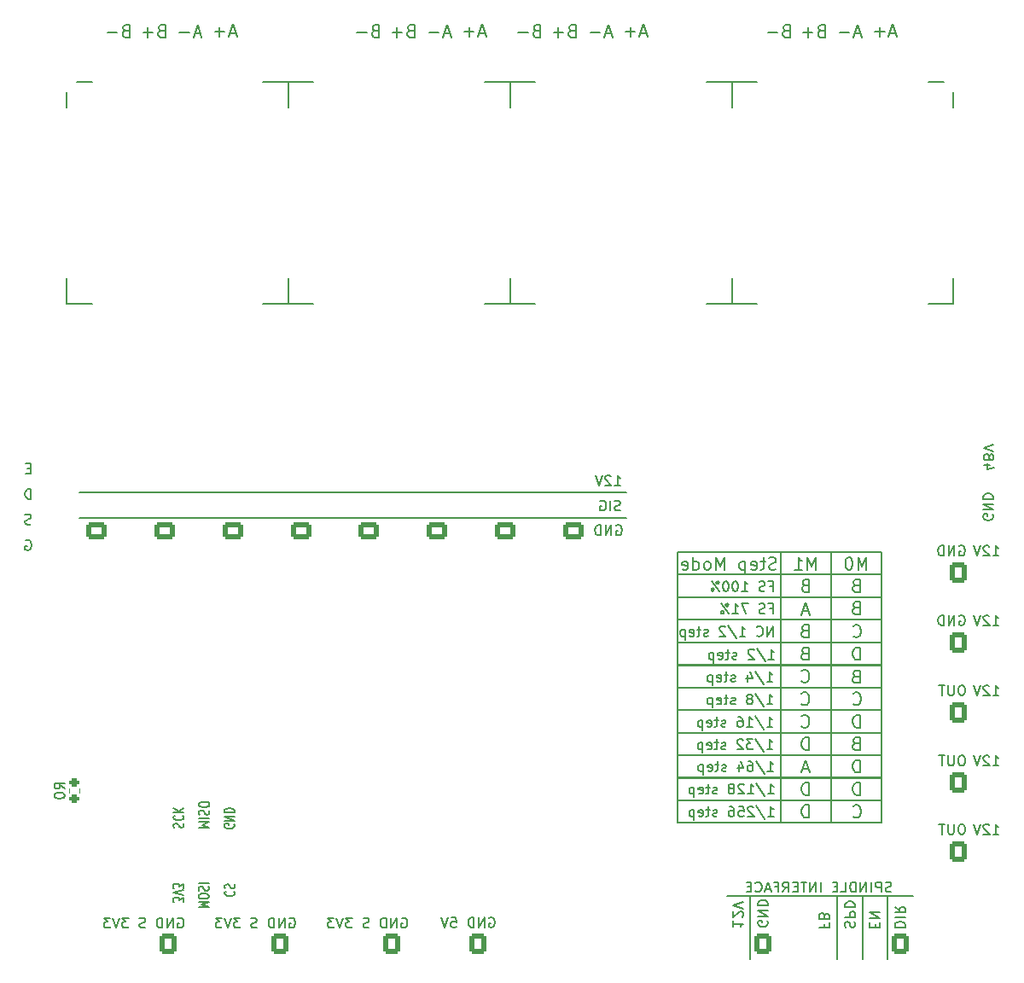
<source format=gbo>
G04 #@! TF.GenerationSoftware,KiCad,Pcbnew,7.0.8*
G04 #@! TF.CreationDate,2024-11-23T18:49:15+01:00*
G04 #@! TF.ProjectId,PCK-Controller,50434b2d-436f-46e7-9472-6f6c6c65722e,rev?*
G04 #@! TF.SameCoordinates,Original*
G04 #@! TF.FileFunction,Legend,Bot*
G04 #@! TF.FilePolarity,Positive*
%FSLAX46Y46*%
G04 Gerber Fmt 4.6, Leading zero omitted, Abs format (unit mm)*
G04 Created by KiCad (PCBNEW 7.0.8) date 2024-11-23 18:49:15*
%MOMM*%
%LPD*%
G01*
G04 APERTURE LIST*
G04 Aperture macros list*
%AMRoundRect*
0 Rectangle with rounded corners*
0 $1 Rounding radius*
0 $2 $3 $4 $5 $6 $7 $8 $9 X,Y pos of 4 corners*
0 Add a 4 corners polygon primitive as box body*
4,1,4,$2,$3,$4,$5,$6,$7,$8,$9,$2,$3,0*
0 Add four circle primitives for the rounded corners*
1,1,$1+$1,$2,$3*
1,1,$1+$1,$4,$5*
1,1,$1+$1,$6,$7*
1,1,$1+$1,$8,$9*
0 Add four rect primitives between the rounded corners*
20,1,$1+$1,$2,$3,$4,$5,0*
20,1,$1+$1,$4,$5,$6,$7,0*
20,1,$1+$1,$6,$7,$8,$9,0*
20,1,$1+$1,$8,$9,$2,$3,0*%
G04 Aperture macros list end*
%ADD10C,0.150000*%
%ADD11C,0.175000*%
%ADD12C,0.200000*%
%ADD13C,0.120000*%
%ADD14RoundRect,0.250000X0.600000X0.725000X-0.600000X0.725000X-0.600000X-0.725000X0.600000X-0.725000X0*%
%ADD15O,1.700000X1.950000*%
%ADD16R,2.600000X2.600000*%
%ADD17C,2.600000*%
%ADD18R,2.400000X2.400000*%
%ADD19C,2.400000*%
%ADD20R,1.700000X1.700000*%
%ADD21O,1.700000X1.700000*%
%ADD22RoundRect,0.250000X0.600000X0.750000X-0.600000X0.750000X-0.600000X-0.750000X0.600000X-0.750000X0*%
%ADD23O,1.700000X2.000000*%
%ADD24RoundRect,0.250000X-0.600000X-0.750000X0.600000X-0.750000X0.600000X0.750000X-0.600000X0.750000X0*%
%ADD25C,7.000000*%
%ADD26RoundRect,0.250000X0.725000X-0.600000X0.725000X0.600000X-0.725000X0.600000X-0.725000X-0.600000X0*%
%ADD27O,1.950000X1.700000*%
%ADD28C,1.700000*%
%ADD29C,3.500000*%
%ADD30RoundRect,0.200000X-0.275000X0.200000X-0.275000X-0.200000X0.275000X-0.200000X0.275000X0.200000X0*%
G04 APERTURE END LIST*
D10*
X182473600Y-143500000D02*
X182473600Y-137261600D01*
X166608200Y-116586000D02*
X186858200Y-116586000D01*
X186858200Y-118836000D01*
X166608200Y-118836000D01*
X166608200Y-116586000D01*
X166608200Y-123291600D02*
X186858200Y-123291600D01*
X186858200Y-125541600D01*
X166608200Y-125541600D01*
X166608200Y-123291600D01*
X147500000Y-78500000D02*
X150000000Y-78500000D01*
X166608200Y-127762000D02*
X186858200Y-127762000D01*
X186858200Y-130012000D01*
X166608200Y-130012000D01*
X166608200Y-127762000D01*
X172000000Y-56500000D02*
X174500000Y-56500000D01*
X172000000Y-56500000D02*
X172000000Y-59000000D01*
X150000000Y-56500000D02*
X150000000Y-59000000D01*
X166608200Y-107601800D02*
X186858200Y-107601800D01*
X186858200Y-109851800D01*
X166608200Y-109851800D01*
X166608200Y-107601800D01*
X194000000Y-78500000D02*
X191500000Y-78500000D01*
X181868200Y-130021200D02*
X181868200Y-103121200D01*
X125500000Y-56500000D02*
X128000000Y-56500000D01*
X172000000Y-78500000D02*
X174500000Y-78500000D01*
X150000000Y-78500000D02*
X150000000Y-76000000D01*
X184962800Y-143500000D02*
X184962800Y-137261600D01*
X105999777Y-57500013D02*
X105999777Y-59000013D01*
X166618200Y-103121200D02*
X186868200Y-103121200D01*
X186868200Y-105371200D01*
X166618200Y-105371200D01*
X166618200Y-103121200D01*
X166608200Y-105366600D02*
X186858200Y-105366600D01*
X186858200Y-107616600D01*
X166608200Y-107616600D01*
X166608200Y-105366600D01*
X128000000Y-56500000D02*
X130500000Y-56500000D01*
X166608200Y-121056400D02*
X186858200Y-121056400D01*
X186858200Y-123306400D01*
X166608200Y-123306400D01*
X166608200Y-121056400D01*
X194000000Y-78500000D02*
X194000000Y-76000000D01*
X125500000Y-78500000D02*
X128000000Y-78500000D01*
X173786800Y-143500000D02*
X173786800Y-137261600D01*
X107250000Y-99750000D02*
X161500000Y-99750000D01*
X171500800Y-137261600D02*
X189992000Y-137261600D01*
X150000000Y-78500000D02*
X152500000Y-78500000D01*
X169500000Y-78500000D02*
X172000000Y-78500000D01*
X128000000Y-56500000D02*
X128000000Y-59000000D01*
X193005005Y-56499185D02*
X191505005Y-56499185D01*
X107250000Y-97250000D02*
X161500000Y-97250000D01*
X176868200Y-130021200D02*
X176868200Y-103121200D01*
X166608200Y-125526800D02*
X186858200Y-125526800D01*
X186858200Y-127776800D01*
X166608200Y-127776800D01*
X166608200Y-125526800D01*
X166608200Y-118821200D02*
X186858200Y-118821200D01*
X186858200Y-121071200D01*
X166608200Y-121071200D01*
X166608200Y-118821200D01*
X187452000Y-143500000D02*
X187452000Y-137261600D01*
X147500000Y-56500000D02*
X150000000Y-56500000D01*
X128000000Y-78500000D02*
X128000000Y-76000000D01*
X106999777Y-56500013D02*
X108499777Y-56500013D01*
X106000000Y-78500000D02*
X106000000Y-76000000D01*
X194005005Y-57499185D02*
X194005005Y-58999185D01*
X172000000Y-78500000D02*
X172000000Y-76000000D01*
X166608200Y-109837000D02*
X186858200Y-109837000D01*
X186858200Y-112087000D01*
X166608200Y-112087000D01*
X166608200Y-109837000D01*
X128000000Y-78500000D02*
X130500000Y-78500000D01*
X169500000Y-56500000D02*
X172000000Y-56500000D01*
X166608200Y-112115600D02*
X186858200Y-112115600D01*
X186858200Y-114365600D01*
X166608200Y-114365600D01*
X166608200Y-112115600D01*
X166608200Y-114350800D02*
X186858200Y-114350800D01*
X186858200Y-116600800D01*
X166608200Y-116600800D01*
X166608200Y-114350800D01*
X106000000Y-78500000D02*
X108500000Y-78500000D01*
X150000000Y-56500000D02*
X152500000Y-56500000D01*
X180847830Y-51406861D02*
X180669258Y-51466385D01*
X180669258Y-51466385D02*
X180609735Y-51525909D01*
X180609735Y-51525909D02*
X180550211Y-51644957D01*
X180550211Y-51644957D02*
X180550211Y-51823528D01*
X180550211Y-51823528D02*
X180609735Y-51942576D01*
X180609735Y-51942576D02*
X180669258Y-52002100D01*
X180669258Y-52002100D02*
X180788306Y-52061623D01*
X180788306Y-52061623D02*
X181264496Y-52061623D01*
X181264496Y-52061623D02*
X181264496Y-50811623D01*
X181264496Y-50811623D02*
X180847830Y-50811623D01*
X180847830Y-50811623D02*
X180728782Y-50871147D01*
X180728782Y-50871147D02*
X180669258Y-50930671D01*
X180669258Y-50930671D02*
X180609735Y-51049719D01*
X180609735Y-51049719D02*
X180609735Y-51168766D01*
X180609735Y-51168766D02*
X180669258Y-51287814D01*
X180669258Y-51287814D02*
X180728782Y-51347338D01*
X180728782Y-51347338D02*
X180847830Y-51406861D01*
X180847830Y-51406861D02*
X181264496Y-51406861D01*
X180014496Y-51585433D02*
X179062116Y-51585433D01*
X179538306Y-52061623D02*
X179538306Y-51109242D01*
X187823239Y-136829800D02*
X187680382Y-136877419D01*
X187680382Y-136877419D02*
X187442287Y-136877419D01*
X187442287Y-136877419D02*
X187347049Y-136829800D01*
X187347049Y-136829800D02*
X187299430Y-136782180D01*
X187299430Y-136782180D02*
X187251811Y-136686942D01*
X187251811Y-136686942D02*
X187251811Y-136591704D01*
X187251811Y-136591704D02*
X187299430Y-136496466D01*
X187299430Y-136496466D02*
X187347049Y-136448847D01*
X187347049Y-136448847D02*
X187442287Y-136401228D01*
X187442287Y-136401228D02*
X187632763Y-136353609D01*
X187632763Y-136353609D02*
X187728001Y-136305990D01*
X187728001Y-136305990D02*
X187775620Y-136258371D01*
X187775620Y-136258371D02*
X187823239Y-136163133D01*
X187823239Y-136163133D02*
X187823239Y-136067895D01*
X187823239Y-136067895D02*
X187775620Y-135972657D01*
X187775620Y-135972657D02*
X187728001Y-135925038D01*
X187728001Y-135925038D02*
X187632763Y-135877419D01*
X187632763Y-135877419D02*
X187394668Y-135877419D01*
X187394668Y-135877419D02*
X187251811Y-135925038D01*
X186823239Y-136877419D02*
X186823239Y-135877419D01*
X186823239Y-135877419D02*
X186442287Y-135877419D01*
X186442287Y-135877419D02*
X186347049Y-135925038D01*
X186347049Y-135925038D02*
X186299430Y-135972657D01*
X186299430Y-135972657D02*
X186251811Y-136067895D01*
X186251811Y-136067895D02*
X186251811Y-136210752D01*
X186251811Y-136210752D02*
X186299430Y-136305990D01*
X186299430Y-136305990D02*
X186347049Y-136353609D01*
X186347049Y-136353609D02*
X186442287Y-136401228D01*
X186442287Y-136401228D02*
X186823239Y-136401228D01*
X185823239Y-136877419D02*
X185823239Y-135877419D01*
X185347049Y-136877419D02*
X185347049Y-135877419D01*
X185347049Y-135877419D02*
X184775621Y-136877419D01*
X184775621Y-136877419D02*
X184775621Y-135877419D01*
X184299430Y-136877419D02*
X184299430Y-135877419D01*
X184299430Y-135877419D02*
X184061335Y-135877419D01*
X184061335Y-135877419D02*
X183918478Y-135925038D01*
X183918478Y-135925038D02*
X183823240Y-136020276D01*
X183823240Y-136020276D02*
X183775621Y-136115514D01*
X183775621Y-136115514D02*
X183728002Y-136305990D01*
X183728002Y-136305990D02*
X183728002Y-136448847D01*
X183728002Y-136448847D02*
X183775621Y-136639323D01*
X183775621Y-136639323D02*
X183823240Y-136734561D01*
X183823240Y-136734561D02*
X183918478Y-136829800D01*
X183918478Y-136829800D02*
X184061335Y-136877419D01*
X184061335Y-136877419D02*
X184299430Y-136877419D01*
X182823240Y-136877419D02*
X183299430Y-136877419D01*
X183299430Y-136877419D02*
X183299430Y-135877419D01*
X182489906Y-136353609D02*
X182156573Y-136353609D01*
X182013716Y-136877419D02*
X182489906Y-136877419D01*
X182489906Y-136877419D02*
X182489906Y-135877419D01*
X182489906Y-135877419D02*
X182013716Y-135877419D01*
X180823239Y-136877419D02*
X180823239Y-135877419D01*
X180347049Y-136877419D02*
X180347049Y-135877419D01*
X180347049Y-135877419D02*
X179775621Y-136877419D01*
X179775621Y-136877419D02*
X179775621Y-135877419D01*
X179442287Y-135877419D02*
X178870859Y-135877419D01*
X179156573Y-136877419D02*
X179156573Y-135877419D01*
X178537525Y-136353609D02*
X178204192Y-136353609D01*
X178061335Y-136877419D02*
X178537525Y-136877419D01*
X178537525Y-136877419D02*
X178537525Y-135877419D01*
X178537525Y-135877419D02*
X178061335Y-135877419D01*
X177061335Y-136877419D02*
X177394668Y-136401228D01*
X177632763Y-136877419D02*
X177632763Y-135877419D01*
X177632763Y-135877419D02*
X177251811Y-135877419D01*
X177251811Y-135877419D02*
X177156573Y-135925038D01*
X177156573Y-135925038D02*
X177108954Y-135972657D01*
X177108954Y-135972657D02*
X177061335Y-136067895D01*
X177061335Y-136067895D02*
X177061335Y-136210752D01*
X177061335Y-136210752D02*
X177108954Y-136305990D01*
X177108954Y-136305990D02*
X177156573Y-136353609D01*
X177156573Y-136353609D02*
X177251811Y-136401228D01*
X177251811Y-136401228D02*
X177632763Y-136401228D01*
X176299430Y-136353609D02*
X176632763Y-136353609D01*
X176632763Y-136877419D02*
X176632763Y-135877419D01*
X176632763Y-135877419D02*
X176156573Y-135877419D01*
X175823239Y-136591704D02*
X175347049Y-136591704D01*
X175918477Y-136877419D02*
X175585144Y-135877419D01*
X175585144Y-135877419D02*
X175251811Y-136877419D01*
X174347049Y-136782180D02*
X174394668Y-136829800D01*
X174394668Y-136829800D02*
X174537525Y-136877419D01*
X174537525Y-136877419D02*
X174632763Y-136877419D01*
X174632763Y-136877419D02*
X174775620Y-136829800D01*
X174775620Y-136829800D02*
X174870858Y-136734561D01*
X174870858Y-136734561D02*
X174918477Y-136639323D01*
X174918477Y-136639323D02*
X174966096Y-136448847D01*
X174966096Y-136448847D02*
X174966096Y-136305990D01*
X174966096Y-136305990D02*
X174918477Y-136115514D01*
X174918477Y-136115514D02*
X174870858Y-136020276D01*
X174870858Y-136020276D02*
X174775620Y-135925038D01*
X174775620Y-135925038D02*
X174632763Y-135877419D01*
X174632763Y-135877419D02*
X174537525Y-135877419D01*
X174537525Y-135877419D02*
X174394668Y-135925038D01*
X174394668Y-135925038D02*
X174347049Y-135972657D01*
X173918477Y-136353609D02*
X173585144Y-136353609D01*
X173442287Y-136877419D02*
X173918477Y-136877419D01*
X173918477Y-136877419D02*
X173918477Y-135877419D01*
X173918477Y-135877419D02*
X173442287Y-135877419D01*
X197919811Y-124329819D02*
X198491239Y-124329819D01*
X198205525Y-124329819D02*
X198205525Y-123329819D01*
X198205525Y-123329819D02*
X198300763Y-123472676D01*
X198300763Y-123472676D02*
X198396001Y-123567914D01*
X198396001Y-123567914D02*
X198491239Y-123615533D01*
X197538858Y-123425057D02*
X197491239Y-123377438D01*
X197491239Y-123377438D02*
X197396001Y-123329819D01*
X197396001Y-123329819D02*
X197157906Y-123329819D01*
X197157906Y-123329819D02*
X197062668Y-123377438D01*
X197062668Y-123377438D02*
X197015049Y-123425057D01*
X197015049Y-123425057D02*
X196967430Y-123520295D01*
X196967430Y-123520295D02*
X196967430Y-123615533D01*
X196967430Y-123615533D02*
X197015049Y-123758390D01*
X197015049Y-123758390D02*
X197586477Y-124329819D01*
X197586477Y-124329819D02*
X196967430Y-124329819D01*
X196681715Y-123329819D02*
X196348382Y-124329819D01*
X196348382Y-124329819D02*
X196015049Y-123329819D01*
X197919811Y-103501819D02*
X198491239Y-103501819D01*
X198205525Y-103501819D02*
X198205525Y-102501819D01*
X198205525Y-102501819D02*
X198300763Y-102644676D01*
X198300763Y-102644676D02*
X198396001Y-102739914D01*
X198396001Y-102739914D02*
X198491239Y-102787533D01*
X197538858Y-102597057D02*
X197491239Y-102549438D01*
X197491239Y-102549438D02*
X197396001Y-102501819D01*
X197396001Y-102501819D02*
X197157906Y-102501819D01*
X197157906Y-102501819D02*
X197062668Y-102549438D01*
X197062668Y-102549438D02*
X197015049Y-102597057D01*
X197015049Y-102597057D02*
X196967430Y-102692295D01*
X196967430Y-102692295D02*
X196967430Y-102787533D01*
X196967430Y-102787533D02*
X197015049Y-102930390D01*
X197015049Y-102930390D02*
X197586477Y-103501819D01*
X197586477Y-103501819D02*
X196967430Y-103501819D01*
X196681715Y-102501819D02*
X196348382Y-103501819D01*
X196348382Y-103501819D02*
X196015049Y-102501819D01*
X194567011Y-102549438D02*
X194662249Y-102501819D01*
X194662249Y-102501819D02*
X194805106Y-102501819D01*
X194805106Y-102501819D02*
X194947963Y-102549438D01*
X194947963Y-102549438D02*
X195043201Y-102644676D01*
X195043201Y-102644676D02*
X195090820Y-102739914D01*
X195090820Y-102739914D02*
X195138439Y-102930390D01*
X195138439Y-102930390D02*
X195138439Y-103073247D01*
X195138439Y-103073247D02*
X195090820Y-103263723D01*
X195090820Y-103263723D02*
X195043201Y-103358961D01*
X195043201Y-103358961D02*
X194947963Y-103454200D01*
X194947963Y-103454200D02*
X194805106Y-103501819D01*
X194805106Y-103501819D02*
X194709868Y-103501819D01*
X194709868Y-103501819D02*
X194567011Y-103454200D01*
X194567011Y-103454200D02*
X194519392Y-103406580D01*
X194519392Y-103406580D02*
X194519392Y-103073247D01*
X194519392Y-103073247D02*
X194709868Y-103073247D01*
X194090820Y-103501819D02*
X194090820Y-102501819D01*
X194090820Y-102501819D02*
X193519392Y-103501819D01*
X193519392Y-103501819D02*
X193519392Y-102501819D01*
X193043201Y-103501819D02*
X193043201Y-102501819D01*
X193043201Y-102501819D02*
X192805106Y-102501819D01*
X192805106Y-102501819D02*
X192662249Y-102549438D01*
X192662249Y-102549438D02*
X192567011Y-102644676D01*
X192567011Y-102644676D02*
X192519392Y-102739914D01*
X192519392Y-102739914D02*
X192471773Y-102930390D01*
X192471773Y-102930390D02*
X192471773Y-103073247D01*
X192471773Y-103073247D02*
X192519392Y-103263723D01*
X192519392Y-103263723D02*
X192567011Y-103358961D01*
X192567011Y-103358961D02*
X192662249Y-103454200D01*
X192662249Y-103454200D02*
X192805106Y-103501819D01*
X192805106Y-103501819D02*
X193043201Y-103501819D01*
X163544020Y-51653680D02*
X162948782Y-51653680D01*
X163663068Y-52010823D02*
X163246401Y-50760823D01*
X163246401Y-50760823D02*
X162829735Y-52010823D01*
X162413067Y-51534633D02*
X161460687Y-51534633D01*
X161936877Y-52010823D02*
X161936877Y-51058442D01*
D11*
X184054764Y-118199276D02*
X184114288Y-118258800D01*
X184114288Y-118258800D02*
X184292859Y-118318323D01*
X184292859Y-118318323D02*
X184411907Y-118318323D01*
X184411907Y-118318323D02*
X184590478Y-118258800D01*
X184590478Y-118258800D02*
X184709526Y-118139752D01*
X184709526Y-118139752D02*
X184769049Y-118020704D01*
X184769049Y-118020704D02*
X184828573Y-117782609D01*
X184828573Y-117782609D02*
X184828573Y-117604038D01*
X184828573Y-117604038D02*
X184769049Y-117365942D01*
X184769049Y-117365942D02*
X184709526Y-117246895D01*
X184709526Y-117246895D02*
X184590478Y-117127847D01*
X184590478Y-117127847D02*
X184411907Y-117068323D01*
X184411907Y-117068323D02*
X184292859Y-117068323D01*
X184292859Y-117068323D02*
X184114288Y-117127847D01*
X184114288Y-117127847D02*
X184054764Y-117187371D01*
X184718249Y-120553523D02*
X184718249Y-119303523D01*
X184718249Y-119303523D02*
X184420630Y-119303523D01*
X184420630Y-119303523D02*
X184242059Y-119363047D01*
X184242059Y-119363047D02*
X184123011Y-119482095D01*
X184123011Y-119482095D02*
X184063488Y-119601142D01*
X184063488Y-119601142D02*
X184003964Y-119839238D01*
X184003964Y-119839238D02*
X184003964Y-120017809D01*
X184003964Y-120017809D02*
X184063488Y-120255904D01*
X184063488Y-120255904D02*
X184123011Y-120374952D01*
X184123011Y-120374952D02*
X184242059Y-120494000D01*
X184242059Y-120494000D02*
X184420630Y-120553523D01*
X184420630Y-120553523D02*
X184718249Y-120553523D01*
X184718249Y-127259123D02*
X184718249Y-126009123D01*
X184718249Y-126009123D02*
X184420630Y-126009123D01*
X184420630Y-126009123D02*
X184242059Y-126068647D01*
X184242059Y-126068647D02*
X184123011Y-126187695D01*
X184123011Y-126187695D02*
X184063488Y-126306742D01*
X184063488Y-126306742D02*
X184003964Y-126544838D01*
X184003964Y-126544838D02*
X184003964Y-126723409D01*
X184003964Y-126723409D02*
X184063488Y-126961504D01*
X184063488Y-126961504D02*
X184123011Y-127080552D01*
X184123011Y-127080552D02*
X184242059Y-127199600D01*
X184242059Y-127199600D02*
X184420630Y-127259123D01*
X184420630Y-127259123D02*
X184718249Y-127259123D01*
D10*
X117563780Y-137868573D02*
X117563780Y-137404287D01*
X117563780Y-137404287D02*
X117182828Y-137654287D01*
X117182828Y-137654287D02*
X117182828Y-137547144D01*
X117182828Y-137547144D02*
X117135209Y-137475716D01*
X117135209Y-137475716D02*
X117087590Y-137440001D01*
X117087590Y-137440001D02*
X116992352Y-137404287D01*
X116992352Y-137404287D02*
X116754257Y-137404287D01*
X116754257Y-137404287D02*
X116659019Y-137440001D01*
X116659019Y-137440001D02*
X116611400Y-137475716D01*
X116611400Y-137475716D02*
X116563780Y-137547144D01*
X116563780Y-137547144D02*
X116563780Y-137761430D01*
X116563780Y-137761430D02*
X116611400Y-137832858D01*
X116611400Y-137832858D02*
X116659019Y-137868573D01*
X117563780Y-137190001D02*
X116563780Y-136940001D01*
X116563780Y-136940001D02*
X117563780Y-136690001D01*
X117563780Y-136511430D02*
X117563780Y-136047144D01*
X117563780Y-136047144D02*
X117182828Y-136297144D01*
X117182828Y-136297144D02*
X117182828Y-136190001D01*
X117182828Y-136190001D02*
X117135209Y-136118573D01*
X117135209Y-136118573D02*
X117087590Y-136082858D01*
X117087590Y-136082858D02*
X116992352Y-136047144D01*
X116992352Y-136047144D02*
X116754257Y-136047144D01*
X116754257Y-136047144D02*
X116659019Y-136082858D01*
X116659019Y-136082858D02*
X116611400Y-136118573D01*
X116611400Y-136118573D02*
X116563780Y-136190001D01*
X116563780Y-136190001D02*
X116563780Y-136404287D01*
X116563780Y-136404287D02*
X116611400Y-136475715D01*
X116611400Y-136475715D02*
X116659019Y-136511430D01*
D11*
X184301583Y-106436761D02*
X184123011Y-106496285D01*
X184123011Y-106496285D02*
X184063488Y-106555809D01*
X184063488Y-106555809D02*
X184003964Y-106674857D01*
X184003964Y-106674857D02*
X184003964Y-106853428D01*
X184003964Y-106853428D02*
X184063488Y-106972476D01*
X184063488Y-106972476D02*
X184123011Y-107032000D01*
X184123011Y-107032000D02*
X184242059Y-107091523D01*
X184242059Y-107091523D02*
X184718249Y-107091523D01*
X184718249Y-107091523D02*
X184718249Y-105841523D01*
X184718249Y-105841523D02*
X184301583Y-105841523D01*
X184301583Y-105841523D02*
X184182535Y-105901047D01*
X184182535Y-105901047D02*
X184123011Y-105960571D01*
X184123011Y-105960571D02*
X184063488Y-106079619D01*
X184063488Y-106079619D02*
X184063488Y-106198666D01*
X184063488Y-106198666D02*
X184123011Y-106317714D01*
X184123011Y-106317714D02*
X184182535Y-106377238D01*
X184182535Y-106377238D02*
X184301583Y-106436761D01*
X184301583Y-106436761D02*
X184718249Y-106436761D01*
D10*
X139245811Y-139481038D02*
X139341049Y-139433419D01*
X139341049Y-139433419D02*
X139483906Y-139433419D01*
X139483906Y-139433419D02*
X139626763Y-139481038D01*
X139626763Y-139481038D02*
X139722001Y-139576276D01*
X139722001Y-139576276D02*
X139769620Y-139671514D01*
X139769620Y-139671514D02*
X139817239Y-139861990D01*
X139817239Y-139861990D02*
X139817239Y-140004847D01*
X139817239Y-140004847D02*
X139769620Y-140195323D01*
X139769620Y-140195323D02*
X139722001Y-140290561D01*
X139722001Y-140290561D02*
X139626763Y-140385800D01*
X139626763Y-140385800D02*
X139483906Y-140433419D01*
X139483906Y-140433419D02*
X139388668Y-140433419D01*
X139388668Y-140433419D02*
X139245811Y-140385800D01*
X139245811Y-140385800D02*
X139198192Y-140338180D01*
X139198192Y-140338180D02*
X139198192Y-140004847D01*
X139198192Y-140004847D02*
X139388668Y-140004847D01*
X138769620Y-140433419D02*
X138769620Y-139433419D01*
X138769620Y-139433419D02*
X138198192Y-140433419D01*
X138198192Y-140433419D02*
X138198192Y-139433419D01*
X137722001Y-140433419D02*
X137722001Y-139433419D01*
X137722001Y-139433419D02*
X137483906Y-139433419D01*
X137483906Y-139433419D02*
X137341049Y-139481038D01*
X137341049Y-139481038D02*
X137245811Y-139576276D01*
X137245811Y-139576276D02*
X137198192Y-139671514D01*
X137198192Y-139671514D02*
X137150573Y-139861990D01*
X137150573Y-139861990D02*
X137150573Y-140004847D01*
X137150573Y-140004847D02*
X137198192Y-140195323D01*
X137198192Y-140195323D02*
X137245811Y-140290561D01*
X137245811Y-140290561D02*
X137341049Y-140385800D01*
X137341049Y-140385800D02*
X137483906Y-140433419D01*
X137483906Y-140433419D02*
X137722001Y-140433419D01*
X136007715Y-140385800D02*
X135864858Y-140433419D01*
X135864858Y-140433419D02*
X135626763Y-140433419D01*
X135626763Y-140433419D02*
X135531525Y-140385800D01*
X135531525Y-140385800D02*
X135483906Y-140338180D01*
X135483906Y-140338180D02*
X135436287Y-140242942D01*
X135436287Y-140242942D02*
X135436287Y-140147704D01*
X135436287Y-140147704D02*
X135483906Y-140052466D01*
X135483906Y-140052466D02*
X135531525Y-140004847D01*
X135531525Y-140004847D02*
X135626763Y-139957228D01*
X135626763Y-139957228D02*
X135817239Y-139909609D01*
X135817239Y-139909609D02*
X135912477Y-139861990D01*
X135912477Y-139861990D02*
X135960096Y-139814371D01*
X135960096Y-139814371D02*
X136007715Y-139719133D01*
X136007715Y-139719133D02*
X136007715Y-139623895D01*
X136007715Y-139623895D02*
X135960096Y-139528657D01*
X135960096Y-139528657D02*
X135912477Y-139481038D01*
X135912477Y-139481038D02*
X135817239Y-139433419D01*
X135817239Y-139433419D02*
X135579144Y-139433419D01*
X135579144Y-139433419D02*
X135436287Y-139481038D01*
X134341048Y-139433419D02*
X133722001Y-139433419D01*
X133722001Y-139433419D02*
X134055334Y-139814371D01*
X134055334Y-139814371D02*
X133912477Y-139814371D01*
X133912477Y-139814371D02*
X133817239Y-139861990D01*
X133817239Y-139861990D02*
X133769620Y-139909609D01*
X133769620Y-139909609D02*
X133722001Y-140004847D01*
X133722001Y-140004847D02*
X133722001Y-140242942D01*
X133722001Y-140242942D02*
X133769620Y-140338180D01*
X133769620Y-140338180D02*
X133817239Y-140385800D01*
X133817239Y-140385800D02*
X133912477Y-140433419D01*
X133912477Y-140433419D02*
X134198191Y-140433419D01*
X134198191Y-140433419D02*
X134293429Y-140385800D01*
X134293429Y-140385800D02*
X134341048Y-140338180D01*
X133436286Y-139433419D02*
X133102953Y-140433419D01*
X133102953Y-140433419D02*
X132769620Y-139433419D01*
X132531524Y-139433419D02*
X131912477Y-139433419D01*
X131912477Y-139433419D02*
X132245810Y-139814371D01*
X132245810Y-139814371D02*
X132102953Y-139814371D01*
X132102953Y-139814371D02*
X132007715Y-139861990D01*
X132007715Y-139861990D02*
X131960096Y-139909609D01*
X131960096Y-139909609D02*
X131912477Y-140004847D01*
X131912477Y-140004847D02*
X131912477Y-140242942D01*
X131912477Y-140242942D02*
X131960096Y-140338180D01*
X131960096Y-140338180D02*
X132007715Y-140385800D01*
X132007715Y-140385800D02*
X132102953Y-140433419D01*
X132102953Y-140433419D02*
X132388667Y-140433419D01*
X132388667Y-140433419D02*
X132483905Y-140385800D01*
X132483905Y-140385800D02*
X132531524Y-140338180D01*
X184778420Y-51704480D02*
X184183182Y-51704480D01*
X184897468Y-52061623D02*
X184480801Y-50811623D01*
X184480801Y-50811623D02*
X184064135Y-52061623D01*
X183647467Y-51585433D02*
X182695087Y-51585433D01*
X175774087Y-106498009D02*
X176107420Y-106498009D01*
X176107420Y-107021819D02*
X176107420Y-106021819D01*
X176107420Y-106021819D02*
X175631230Y-106021819D01*
X175297896Y-106974200D02*
X175155039Y-107021819D01*
X175155039Y-107021819D02*
X174916944Y-107021819D01*
X174916944Y-107021819D02*
X174821706Y-106974200D01*
X174821706Y-106974200D02*
X174774087Y-106926580D01*
X174774087Y-106926580D02*
X174726468Y-106831342D01*
X174726468Y-106831342D02*
X174726468Y-106736104D01*
X174726468Y-106736104D02*
X174774087Y-106640866D01*
X174774087Y-106640866D02*
X174821706Y-106593247D01*
X174821706Y-106593247D02*
X174916944Y-106545628D01*
X174916944Y-106545628D02*
X175107420Y-106498009D01*
X175107420Y-106498009D02*
X175202658Y-106450390D01*
X175202658Y-106450390D02*
X175250277Y-106402771D01*
X175250277Y-106402771D02*
X175297896Y-106307533D01*
X175297896Y-106307533D02*
X175297896Y-106212295D01*
X175297896Y-106212295D02*
X175250277Y-106117057D01*
X175250277Y-106117057D02*
X175202658Y-106069438D01*
X175202658Y-106069438D02*
X175107420Y-106021819D01*
X175107420Y-106021819D02*
X174869325Y-106021819D01*
X174869325Y-106021819D02*
X174726468Y-106069438D01*
X173012182Y-107021819D02*
X173583610Y-107021819D01*
X173297896Y-107021819D02*
X173297896Y-106021819D01*
X173297896Y-106021819D02*
X173393134Y-106164676D01*
X173393134Y-106164676D02*
X173488372Y-106259914D01*
X173488372Y-106259914D02*
X173583610Y-106307533D01*
X172393134Y-106021819D02*
X172297896Y-106021819D01*
X172297896Y-106021819D02*
X172202658Y-106069438D01*
X172202658Y-106069438D02*
X172155039Y-106117057D01*
X172155039Y-106117057D02*
X172107420Y-106212295D01*
X172107420Y-106212295D02*
X172059801Y-106402771D01*
X172059801Y-106402771D02*
X172059801Y-106640866D01*
X172059801Y-106640866D02*
X172107420Y-106831342D01*
X172107420Y-106831342D02*
X172155039Y-106926580D01*
X172155039Y-106926580D02*
X172202658Y-106974200D01*
X172202658Y-106974200D02*
X172297896Y-107021819D01*
X172297896Y-107021819D02*
X172393134Y-107021819D01*
X172393134Y-107021819D02*
X172488372Y-106974200D01*
X172488372Y-106974200D02*
X172535991Y-106926580D01*
X172535991Y-106926580D02*
X172583610Y-106831342D01*
X172583610Y-106831342D02*
X172631229Y-106640866D01*
X172631229Y-106640866D02*
X172631229Y-106402771D01*
X172631229Y-106402771D02*
X172583610Y-106212295D01*
X172583610Y-106212295D02*
X172535991Y-106117057D01*
X172535991Y-106117057D02*
X172488372Y-106069438D01*
X172488372Y-106069438D02*
X172393134Y-106021819D01*
X171440753Y-106021819D02*
X171345515Y-106021819D01*
X171345515Y-106021819D02*
X171250277Y-106069438D01*
X171250277Y-106069438D02*
X171202658Y-106117057D01*
X171202658Y-106117057D02*
X171155039Y-106212295D01*
X171155039Y-106212295D02*
X171107420Y-106402771D01*
X171107420Y-106402771D02*
X171107420Y-106640866D01*
X171107420Y-106640866D02*
X171155039Y-106831342D01*
X171155039Y-106831342D02*
X171202658Y-106926580D01*
X171202658Y-106926580D02*
X171250277Y-106974200D01*
X171250277Y-106974200D02*
X171345515Y-107021819D01*
X171345515Y-107021819D02*
X171440753Y-107021819D01*
X171440753Y-107021819D02*
X171535991Y-106974200D01*
X171535991Y-106974200D02*
X171583610Y-106926580D01*
X171583610Y-106926580D02*
X171631229Y-106831342D01*
X171631229Y-106831342D02*
X171678848Y-106640866D01*
X171678848Y-106640866D02*
X171678848Y-106402771D01*
X171678848Y-106402771D02*
X171631229Y-106212295D01*
X171631229Y-106212295D02*
X171583610Y-106117057D01*
X171583610Y-106117057D02*
X171535991Y-106069438D01*
X171535991Y-106069438D02*
X171440753Y-106021819D01*
X170726467Y-107021819D02*
X169964563Y-106021819D01*
X170583610Y-106021819D02*
X170488372Y-106069438D01*
X170488372Y-106069438D02*
X170440753Y-106164676D01*
X170440753Y-106164676D02*
X170488372Y-106259914D01*
X170488372Y-106259914D02*
X170583610Y-106307533D01*
X170583610Y-106307533D02*
X170678848Y-106259914D01*
X170678848Y-106259914D02*
X170726467Y-106164676D01*
X170726467Y-106164676D02*
X170678848Y-106069438D01*
X170678848Y-106069438D02*
X170583610Y-106021819D01*
X170012182Y-106974200D02*
X169964563Y-106878961D01*
X169964563Y-106878961D02*
X170012182Y-106783723D01*
X170012182Y-106783723D02*
X170107420Y-106736104D01*
X170107420Y-106736104D02*
X170202658Y-106783723D01*
X170202658Y-106783723D02*
X170250277Y-106878961D01*
X170250277Y-106878961D02*
X170202658Y-106974200D01*
X170202658Y-106974200D02*
X170107420Y-107021819D01*
X170107420Y-107021819D02*
X170012182Y-106974200D01*
X175583611Y-129373819D02*
X176155039Y-129373819D01*
X175869325Y-129373819D02*
X175869325Y-128373819D01*
X175869325Y-128373819D02*
X175964563Y-128516676D01*
X175964563Y-128516676D02*
X176059801Y-128611914D01*
X176059801Y-128611914D02*
X176155039Y-128659533D01*
X174440754Y-128326200D02*
X175297896Y-129611914D01*
X174155039Y-128469057D02*
X174107420Y-128421438D01*
X174107420Y-128421438D02*
X174012182Y-128373819D01*
X174012182Y-128373819D02*
X173774087Y-128373819D01*
X173774087Y-128373819D02*
X173678849Y-128421438D01*
X173678849Y-128421438D02*
X173631230Y-128469057D01*
X173631230Y-128469057D02*
X173583611Y-128564295D01*
X173583611Y-128564295D02*
X173583611Y-128659533D01*
X173583611Y-128659533D02*
X173631230Y-128802390D01*
X173631230Y-128802390D02*
X174202658Y-129373819D01*
X174202658Y-129373819D02*
X173583611Y-129373819D01*
X172678849Y-128373819D02*
X173155039Y-128373819D01*
X173155039Y-128373819D02*
X173202658Y-128850009D01*
X173202658Y-128850009D02*
X173155039Y-128802390D01*
X173155039Y-128802390D02*
X173059801Y-128754771D01*
X173059801Y-128754771D02*
X172821706Y-128754771D01*
X172821706Y-128754771D02*
X172726468Y-128802390D01*
X172726468Y-128802390D02*
X172678849Y-128850009D01*
X172678849Y-128850009D02*
X172631230Y-128945247D01*
X172631230Y-128945247D02*
X172631230Y-129183342D01*
X172631230Y-129183342D02*
X172678849Y-129278580D01*
X172678849Y-129278580D02*
X172726468Y-129326200D01*
X172726468Y-129326200D02*
X172821706Y-129373819D01*
X172821706Y-129373819D02*
X173059801Y-129373819D01*
X173059801Y-129373819D02*
X173155039Y-129326200D01*
X173155039Y-129326200D02*
X173202658Y-129278580D01*
X171774087Y-128373819D02*
X171964563Y-128373819D01*
X171964563Y-128373819D02*
X172059801Y-128421438D01*
X172059801Y-128421438D02*
X172107420Y-128469057D01*
X172107420Y-128469057D02*
X172202658Y-128611914D01*
X172202658Y-128611914D02*
X172250277Y-128802390D01*
X172250277Y-128802390D02*
X172250277Y-129183342D01*
X172250277Y-129183342D02*
X172202658Y-129278580D01*
X172202658Y-129278580D02*
X172155039Y-129326200D01*
X172155039Y-129326200D02*
X172059801Y-129373819D01*
X172059801Y-129373819D02*
X171869325Y-129373819D01*
X171869325Y-129373819D02*
X171774087Y-129326200D01*
X171774087Y-129326200D02*
X171726468Y-129278580D01*
X171726468Y-129278580D02*
X171678849Y-129183342D01*
X171678849Y-129183342D02*
X171678849Y-128945247D01*
X171678849Y-128945247D02*
X171726468Y-128850009D01*
X171726468Y-128850009D02*
X171774087Y-128802390D01*
X171774087Y-128802390D02*
X171869325Y-128754771D01*
X171869325Y-128754771D02*
X172059801Y-128754771D01*
X172059801Y-128754771D02*
X172155039Y-128802390D01*
X172155039Y-128802390D02*
X172202658Y-128850009D01*
X172202658Y-128850009D02*
X172250277Y-128945247D01*
X170535991Y-129326200D02*
X170440753Y-129373819D01*
X170440753Y-129373819D02*
X170250277Y-129373819D01*
X170250277Y-129373819D02*
X170155039Y-129326200D01*
X170155039Y-129326200D02*
X170107420Y-129230961D01*
X170107420Y-129230961D02*
X170107420Y-129183342D01*
X170107420Y-129183342D02*
X170155039Y-129088104D01*
X170155039Y-129088104D02*
X170250277Y-129040485D01*
X170250277Y-129040485D02*
X170393134Y-129040485D01*
X170393134Y-129040485D02*
X170488372Y-128992866D01*
X170488372Y-128992866D02*
X170535991Y-128897628D01*
X170535991Y-128897628D02*
X170535991Y-128850009D01*
X170535991Y-128850009D02*
X170488372Y-128754771D01*
X170488372Y-128754771D02*
X170393134Y-128707152D01*
X170393134Y-128707152D02*
X170250277Y-128707152D01*
X170250277Y-128707152D02*
X170155039Y-128754771D01*
X169821705Y-128707152D02*
X169440753Y-128707152D01*
X169678848Y-128373819D02*
X169678848Y-129230961D01*
X169678848Y-129230961D02*
X169631229Y-129326200D01*
X169631229Y-129326200D02*
X169535991Y-129373819D01*
X169535991Y-129373819D02*
X169440753Y-129373819D01*
X168726467Y-129326200D02*
X168821705Y-129373819D01*
X168821705Y-129373819D02*
X169012181Y-129373819D01*
X169012181Y-129373819D02*
X169107419Y-129326200D01*
X169107419Y-129326200D02*
X169155038Y-129230961D01*
X169155038Y-129230961D02*
X169155038Y-128850009D01*
X169155038Y-128850009D02*
X169107419Y-128754771D01*
X169107419Y-128754771D02*
X169012181Y-128707152D01*
X169012181Y-128707152D02*
X168821705Y-128707152D01*
X168821705Y-128707152D02*
X168726467Y-128754771D01*
X168726467Y-128754771D02*
X168678848Y-128850009D01*
X168678848Y-128850009D02*
X168678848Y-128945247D01*
X168678848Y-128945247D02*
X169155038Y-129040485D01*
X168250276Y-128707152D02*
X168250276Y-129707152D01*
X168250276Y-128754771D02*
X168155038Y-128707152D01*
X168155038Y-128707152D02*
X167964562Y-128707152D01*
X167964562Y-128707152D02*
X167869324Y-128754771D01*
X167869324Y-128754771D02*
X167821705Y-128802390D01*
X167821705Y-128802390D02*
X167774086Y-128897628D01*
X167774086Y-128897628D02*
X167774086Y-129183342D01*
X167774086Y-129183342D02*
X167821705Y-129278580D01*
X167821705Y-129278580D02*
X167869324Y-129326200D01*
X167869324Y-129326200D02*
X167964562Y-129373819D01*
X167964562Y-129373819D02*
X168155038Y-129373819D01*
X168155038Y-129373819D02*
X168250276Y-129326200D01*
X188191780Y-140379220D02*
X189191780Y-140379220D01*
X189191780Y-140379220D02*
X189191780Y-140141125D01*
X189191780Y-140141125D02*
X189144161Y-139998268D01*
X189144161Y-139998268D02*
X189048923Y-139903030D01*
X189048923Y-139903030D02*
X188953685Y-139855411D01*
X188953685Y-139855411D02*
X188763209Y-139807792D01*
X188763209Y-139807792D02*
X188620352Y-139807792D01*
X188620352Y-139807792D02*
X188429876Y-139855411D01*
X188429876Y-139855411D02*
X188334638Y-139903030D01*
X188334638Y-139903030D02*
X188239400Y-139998268D01*
X188239400Y-139998268D02*
X188191780Y-140141125D01*
X188191780Y-140141125D02*
X188191780Y-140379220D01*
X188191780Y-139379220D02*
X189191780Y-139379220D01*
X188191780Y-138331602D02*
X188667971Y-138664935D01*
X188191780Y-138903030D02*
X189191780Y-138903030D01*
X189191780Y-138903030D02*
X189191780Y-138522078D01*
X189191780Y-138522078D02*
X189144161Y-138426840D01*
X189144161Y-138426840D02*
X189096542Y-138379221D01*
X189096542Y-138379221D02*
X189001304Y-138331602D01*
X189001304Y-138331602D02*
X188858447Y-138331602D01*
X188858447Y-138331602D02*
X188763209Y-138379221D01*
X188763209Y-138379221D02*
X188715590Y-138426840D01*
X188715590Y-138426840D02*
X188667971Y-138522078D01*
X188667971Y-138522078D02*
X188667971Y-138903030D01*
X147542020Y-51653680D02*
X146946782Y-51653680D01*
X147661068Y-52010823D02*
X147244401Y-50760823D01*
X147244401Y-50760823D02*
X146827735Y-52010823D01*
X146411067Y-51534633D02*
X145458687Y-51534633D01*
X145934877Y-52010823D02*
X145934877Y-51058442D01*
D11*
X178923964Y-120434476D02*
X178983488Y-120494000D01*
X178983488Y-120494000D02*
X179162059Y-120553523D01*
X179162059Y-120553523D02*
X179281107Y-120553523D01*
X179281107Y-120553523D02*
X179459678Y-120494000D01*
X179459678Y-120494000D02*
X179578726Y-120374952D01*
X179578726Y-120374952D02*
X179638249Y-120255904D01*
X179638249Y-120255904D02*
X179697773Y-120017809D01*
X179697773Y-120017809D02*
X179697773Y-119839238D01*
X179697773Y-119839238D02*
X179638249Y-119601142D01*
X179638249Y-119601142D02*
X179578726Y-119482095D01*
X179578726Y-119482095D02*
X179459678Y-119363047D01*
X179459678Y-119363047D02*
X179281107Y-119303523D01*
X179281107Y-119303523D02*
X179162059Y-119303523D01*
X179162059Y-119303523D02*
X178983488Y-119363047D01*
X178983488Y-119363047D02*
X178923964Y-119422571D01*
X184301583Y-115479161D02*
X184123011Y-115538685D01*
X184123011Y-115538685D02*
X184063488Y-115598209D01*
X184063488Y-115598209D02*
X184003964Y-115717257D01*
X184003964Y-115717257D02*
X184003964Y-115895828D01*
X184003964Y-115895828D02*
X184063488Y-116014876D01*
X184063488Y-116014876D02*
X184123011Y-116074400D01*
X184123011Y-116074400D02*
X184242059Y-116133923D01*
X184242059Y-116133923D02*
X184718249Y-116133923D01*
X184718249Y-116133923D02*
X184718249Y-114883923D01*
X184718249Y-114883923D02*
X184301583Y-114883923D01*
X184301583Y-114883923D02*
X184182535Y-114943447D01*
X184182535Y-114943447D02*
X184123011Y-115002971D01*
X184123011Y-115002971D02*
X184063488Y-115122019D01*
X184063488Y-115122019D02*
X184063488Y-115241066D01*
X184063488Y-115241066D02*
X184123011Y-115360114D01*
X184123011Y-115360114D02*
X184182535Y-115419638D01*
X184182535Y-115419638D02*
X184301583Y-115479161D01*
X184301583Y-115479161D02*
X184718249Y-115479161D01*
D10*
X160378611Y-96542219D02*
X160950039Y-96542219D01*
X160664325Y-96542219D02*
X160664325Y-95542219D01*
X160664325Y-95542219D02*
X160759563Y-95685076D01*
X160759563Y-95685076D02*
X160854801Y-95780314D01*
X160854801Y-95780314D02*
X160950039Y-95827933D01*
X159997658Y-95637457D02*
X159950039Y-95589838D01*
X159950039Y-95589838D02*
X159854801Y-95542219D01*
X159854801Y-95542219D02*
X159616706Y-95542219D01*
X159616706Y-95542219D02*
X159521468Y-95589838D01*
X159521468Y-95589838D02*
X159473849Y-95637457D01*
X159473849Y-95637457D02*
X159426230Y-95732695D01*
X159426230Y-95732695D02*
X159426230Y-95827933D01*
X159426230Y-95827933D02*
X159473849Y-95970790D01*
X159473849Y-95970790D02*
X160045277Y-96542219D01*
X160045277Y-96542219D02*
X159426230Y-96542219D01*
X159140515Y-95542219D02*
X158807182Y-96542219D01*
X158807182Y-96542219D02*
X158473849Y-95542219D01*
X181197190Y-140045887D02*
X181197190Y-140379220D01*
X180673380Y-140379220D02*
X181673380Y-140379220D01*
X181673380Y-140379220D02*
X181673380Y-139903030D01*
X181197190Y-139188744D02*
X181149571Y-139045887D01*
X181149571Y-139045887D02*
X181101952Y-138998268D01*
X181101952Y-138998268D02*
X181006714Y-138950649D01*
X181006714Y-138950649D02*
X180863857Y-138950649D01*
X180863857Y-138950649D02*
X180768619Y-138998268D01*
X180768619Y-138998268D02*
X180721000Y-139045887D01*
X180721000Y-139045887D02*
X180673380Y-139141125D01*
X180673380Y-139141125D02*
X180673380Y-139522077D01*
X180673380Y-139522077D02*
X181673380Y-139522077D01*
X181673380Y-139522077D02*
X181673380Y-139188744D01*
X181673380Y-139188744D02*
X181625761Y-139093506D01*
X181625761Y-139093506D02*
X181578142Y-139045887D01*
X181578142Y-139045887D02*
X181482904Y-138998268D01*
X181482904Y-138998268D02*
X181387666Y-138998268D01*
X181387666Y-138998268D02*
X181292428Y-139045887D01*
X181292428Y-139045887D02*
X181244809Y-139093506D01*
X181244809Y-139093506D02*
X181197190Y-139188744D01*
X181197190Y-139188744D02*
X181197190Y-139522077D01*
D11*
X179596173Y-124666780D02*
X179000935Y-124666780D01*
X179715221Y-125023923D02*
X179298554Y-123773923D01*
X179298554Y-123773923D02*
X178881888Y-125023923D01*
D10*
X144036820Y-51704480D02*
X143441582Y-51704480D01*
X144155868Y-52061623D02*
X143739201Y-50811623D01*
X143739201Y-50811623D02*
X143322535Y-52061623D01*
X142905867Y-51585433D02*
X141953487Y-51585433D01*
X175634411Y-113778219D02*
X176205839Y-113778219D01*
X175920125Y-113778219D02*
X175920125Y-112778219D01*
X175920125Y-112778219D02*
X176015363Y-112921076D01*
X176015363Y-112921076D02*
X176110601Y-113016314D01*
X176110601Y-113016314D02*
X176205839Y-113063933D01*
X174491554Y-112730600D02*
X175348696Y-114016314D01*
X174205839Y-112873457D02*
X174158220Y-112825838D01*
X174158220Y-112825838D02*
X174062982Y-112778219D01*
X174062982Y-112778219D02*
X173824887Y-112778219D01*
X173824887Y-112778219D02*
X173729649Y-112825838D01*
X173729649Y-112825838D02*
X173682030Y-112873457D01*
X173682030Y-112873457D02*
X173634411Y-112968695D01*
X173634411Y-112968695D02*
X173634411Y-113063933D01*
X173634411Y-113063933D02*
X173682030Y-113206790D01*
X173682030Y-113206790D02*
X174253458Y-113778219D01*
X174253458Y-113778219D02*
X173634411Y-113778219D01*
X172491553Y-113730600D02*
X172396315Y-113778219D01*
X172396315Y-113778219D02*
X172205839Y-113778219D01*
X172205839Y-113778219D02*
X172110601Y-113730600D01*
X172110601Y-113730600D02*
X172062982Y-113635361D01*
X172062982Y-113635361D02*
X172062982Y-113587742D01*
X172062982Y-113587742D02*
X172110601Y-113492504D01*
X172110601Y-113492504D02*
X172205839Y-113444885D01*
X172205839Y-113444885D02*
X172348696Y-113444885D01*
X172348696Y-113444885D02*
X172443934Y-113397266D01*
X172443934Y-113397266D02*
X172491553Y-113302028D01*
X172491553Y-113302028D02*
X172491553Y-113254409D01*
X172491553Y-113254409D02*
X172443934Y-113159171D01*
X172443934Y-113159171D02*
X172348696Y-113111552D01*
X172348696Y-113111552D02*
X172205839Y-113111552D01*
X172205839Y-113111552D02*
X172110601Y-113159171D01*
X171777267Y-113111552D02*
X171396315Y-113111552D01*
X171634410Y-112778219D02*
X171634410Y-113635361D01*
X171634410Y-113635361D02*
X171586791Y-113730600D01*
X171586791Y-113730600D02*
X171491553Y-113778219D01*
X171491553Y-113778219D02*
X171396315Y-113778219D01*
X170682029Y-113730600D02*
X170777267Y-113778219D01*
X170777267Y-113778219D02*
X170967743Y-113778219D01*
X170967743Y-113778219D02*
X171062981Y-113730600D01*
X171062981Y-113730600D02*
X171110600Y-113635361D01*
X171110600Y-113635361D02*
X171110600Y-113254409D01*
X171110600Y-113254409D02*
X171062981Y-113159171D01*
X171062981Y-113159171D02*
X170967743Y-113111552D01*
X170967743Y-113111552D02*
X170777267Y-113111552D01*
X170777267Y-113111552D02*
X170682029Y-113159171D01*
X170682029Y-113159171D02*
X170634410Y-113254409D01*
X170634410Y-113254409D02*
X170634410Y-113349647D01*
X170634410Y-113349647D02*
X171110600Y-113444885D01*
X170205838Y-113111552D02*
X170205838Y-114111552D01*
X170205838Y-113159171D02*
X170110600Y-113111552D01*
X170110600Y-113111552D02*
X169920124Y-113111552D01*
X169920124Y-113111552D02*
X169824886Y-113159171D01*
X169824886Y-113159171D02*
X169777267Y-113206790D01*
X169777267Y-113206790D02*
X169729648Y-113302028D01*
X169729648Y-113302028D02*
X169729648Y-113587742D01*
X169729648Y-113587742D02*
X169777267Y-113682980D01*
X169777267Y-113682980D02*
X169824886Y-113730600D01*
X169824886Y-113730600D02*
X169920124Y-113778219D01*
X169920124Y-113778219D02*
X170110600Y-113778219D01*
X170110600Y-113778219D02*
X170205838Y-113730600D01*
X156108230Y-51406861D02*
X155929658Y-51466385D01*
X155929658Y-51466385D02*
X155870135Y-51525909D01*
X155870135Y-51525909D02*
X155810611Y-51644957D01*
X155810611Y-51644957D02*
X155810611Y-51823528D01*
X155810611Y-51823528D02*
X155870135Y-51942576D01*
X155870135Y-51942576D02*
X155929658Y-52002100D01*
X155929658Y-52002100D02*
X156048706Y-52061623D01*
X156048706Y-52061623D02*
X156524896Y-52061623D01*
X156524896Y-52061623D02*
X156524896Y-50811623D01*
X156524896Y-50811623D02*
X156108230Y-50811623D01*
X156108230Y-50811623D02*
X155989182Y-50871147D01*
X155989182Y-50871147D02*
X155929658Y-50930671D01*
X155929658Y-50930671D02*
X155870135Y-51049719D01*
X155870135Y-51049719D02*
X155870135Y-51168766D01*
X155870135Y-51168766D02*
X155929658Y-51287814D01*
X155929658Y-51287814D02*
X155989182Y-51347338D01*
X155989182Y-51347338D02*
X156108230Y-51406861D01*
X156108230Y-51406861D02*
X156524896Y-51406861D01*
X155274896Y-51585433D02*
X154322516Y-51585433D01*
X154798706Y-52061623D02*
X154798706Y-51109242D01*
D11*
X184718249Y-113847923D02*
X184718249Y-112597923D01*
X184718249Y-112597923D02*
X184420630Y-112597923D01*
X184420630Y-112597923D02*
X184242059Y-112657447D01*
X184242059Y-112657447D02*
X184123011Y-112776495D01*
X184123011Y-112776495D02*
X184063488Y-112895542D01*
X184063488Y-112895542D02*
X184003964Y-113133638D01*
X184003964Y-113133638D02*
X184003964Y-113312209D01*
X184003964Y-113312209D02*
X184063488Y-113550304D01*
X184063488Y-113550304D02*
X184123011Y-113669352D01*
X184123011Y-113669352D02*
X184242059Y-113788400D01*
X184242059Y-113788400D02*
X184420630Y-113847923D01*
X184420630Y-113847923D02*
X184718249Y-113847923D01*
D10*
X160038820Y-51704480D02*
X159443582Y-51704480D01*
X160157868Y-52061623D02*
X159741201Y-50811623D01*
X159741201Y-50811623D02*
X159324535Y-52061623D01*
X158907867Y-51585433D02*
X157955487Y-51585433D01*
D12*
X180333002Y-104905823D02*
X180333002Y-103655823D01*
X180333002Y-103655823D02*
X179916336Y-104548680D01*
X179916336Y-104548680D02*
X179499669Y-103655823D01*
X179499669Y-103655823D02*
X179499669Y-104905823D01*
X178249670Y-104905823D02*
X178963955Y-104905823D01*
X178606812Y-104905823D02*
X178606812Y-103655823D01*
X178606812Y-103655823D02*
X178725860Y-103834395D01*
X178725860Y-103834395D02*
X178844908Y-103953442D01*
X178844908Y-103953442D02*
X178963955Y-104012966D01*
D10*
X172138980Y-139753811D02*
X172138980Y-140325239D01*
X172138980Y-140039525D02*
X173138980Y-140039525D01*
X173138980Y-140039525D02*
X172996123Y-140134763D01*
X172996123Y-140134763D02*
X172900885Y-140230001D01*
X172900885Y-140230001D02*
X172853266Y-140325239D01*
X173043742Y-139372858D02*
X173091361Y-139325239D01*
X173091361Y-139325239D02*
X173138980Y-139230001D01*
X173138980Y-139230001D02*
X173138980Y-138991906D01*
X173138980Y-138991906D02*
X173091361Y-138896668D01*
X173091361Y-138896668D02*
X173043742Y-138849049D01*
X173043742Y-138849049D02*
X172948504Y-138801430D01*
X172948504Y-138801430D02*
X172853266Y-138801430D01*
X172853266Y-138801430D02*
X172710409Y-138849049D01*
X172710409Y-138849049D02*
X172138980Y-139420477D01*
X172138980Y-139420477D02*
X172138980Y-138801430D01*
X173138980Y-138515715D02*
X172138980Y-138182382D01*
X172138980Y-138182382D02*
X173138980Y-137849049D01*
X140106230Y-51406861D02*
X139927658Y-51466385D01*
X139927658Y-51466385D02*
X139868135Y-51525909D01*
X139868135Y-51525909D02*
X139808611Y-51644957D01*
X139808611Y-51644957D02*
X139808611Y-51823528D01*
X139808611Y-51823528D02*
X139868135Y-51942576D01*
X139868135Y-51942576D02*
X139927658Y-52002100D01*
X139927658Y-52002100D02*
X140046706Y-52061623D01*
X140046706Y-52061623D02*
X140522896Y-52061623D01*
X140522896Y-52061623D02*
X140522896Y-50811623D01*
X140522896Y-50811623D02*
X140106230Y-50811623D01*
X140106230Y-50811623D02*
X139987182Y-50871147D01*
X139987182Y-50871147D02*
X139927658Y-50930671D01*
X139927658Y-50930671D02*
X139868135Y-51049719D01*
X139868135Y-51049719D02*
X139868135Y-51168766D01*
X139868135Y-51168766D02*
X139927658Y-51287814D01*
X139927658Y-51287814D02*
X139987182Y-51347338D01*
X139987182Y-51347338D02*
X140106230Y-51406861D01*
X140106230Y-51406861D02*
X140522896Y-51406861D01*
X139272896Y-51585433D02*
X138320516Y-51585433D01*
X138796706Y-52061623D02*
X138796706Y-51109242D01*
X122802420Y-51653680D02*
X122207182Y-51653680D01*
X122921468Y-52010823D02*
X122504801Y-50760823D01*
X122504801Y-50760823D02*
X122088135Y-52010823D01*
X121671467Y-51534633D02*
X120719087Y-51534633D01*
X121195277Y-52010823D02*
X121195277Y-51058442D01*
X101936779Y-101990638D02*
X102032017Y-101943019D01*
X102032017Y-101943019D02*
X102174874Y-101943019D01*
X102174874Y-101943019D02*
X102317731Y-101990638D01*
X102317731Y-101990638D02*
X102412969Y-102085876D01*
X102412969Y-102085876D02*
X102460588Y-102181114D01*
X102460588Y-102181114D02*
X102508207Y-102371590D01*
X102508207Y-102371590D02*
X102508207Y-102514447D01*
X102508207Y-102514447D02*
X102460588Y-102704923D01*
X102460588Y-102704923D02*
X102412969Y-102800161D01*
X102412969Y-102800161D02*
X102317731Y-102895400D01*
X102317731Y-102895400D02*
X102174874Y-102943019D01*
X102174874Y-102943019D02*
X102079636Y-102943019D01*
X102079636Y-102943019D02*
X101936779Y-102895400D01*
X101936779Y-102895400D02*
X101889160Y-102847780D01*
X101889160Y-102847780D02*
X101889160Y-102514447D01*
X101889160Y-102514447D02*
X102079636Y-102514447D01*
X136601030Y-51406861D02*
X136422458Y-51466385D01*
X136422458Y-51466385D02*
X136362935Y-51525909D01*
X136362935Y-51525909D02*
X136303411Y-51644957D01*
X136303411Y-51644957D02*
X136303411Y-51823528D01*
X136303411Y-51823528D02*
X136362935Y-51942576D01*
X136362935Y-51942576D02*
X136422458Y-52002100D01*
X136422458Y-52002100D02*
X136541506Y-52061623D01*
X136541506Y-52061623D02*
X137017696Y-52061623D01*
X137017696Y-52061623D02*
X137017696Y-50811623D01*
X137017696Y-50811623D02*
X136601030Y-50811623D01*
X136601030Y-50811623D02*
X136481982Y-50871147D01*
X136481982Y-50871147D02*
X136422458Y-50930671D01*
X136422458Y-50930671D02*
X136362935Y-51049719D01*
X136362935Y-51049719D02*
X136362935Y-51168766D01*
X136362935Y-51168766D02*
X136422458Y-51287814D01*
X136422458Y-51287814D02*
X136481982Y-51347338D01*
X136481982Y-51347338D02*
X136601030Y-51406861D01*
X136601030Y-51406861D02*
X137017696Y-51406861D01*
X135767696Y-51585433D02*
X134815316Y-51585433D01*
X175482011Y-120483819D02*
X176053439Y-120483819D01*
X175767725Y-120483819D02*
X175767725Y-119483819D01*
X175767725Y-119483819D02*
X175862963Y-119626676D01*
X175862963Y-119626676D02*
X175958201Y-119721914D01*
X175958201Y-119721914D02*
X176053439Y-119769533D01*
X174339154Y-119436200D02*
X175196296Y-120721914D01*
X173482011Y-120483819D02*
X174053439Y-120483819D01*
X173767725Y-120483819D02*
X173767725Y-119483819D01*
X173767725Y-119483819D02*
X173862963Y-119626676D01*
X173862963Y-119626676D02*
X173958201Y-119721914D01*
X173958201Y-119721914D02*
X174053439Y-119769533D01*
X172624868Y-119483819D02*
X172815344Y-119483819D01*
X172815344Y-119483819D02*
X172910582Y-119531438D01*
X172910582Y-119531438D02*
X172958201Y-119579057D01*
X172958201Y-119579057D02*
X173053439Y-119721914D01*
X173053439Y-119721914D02*
X173101058Y-119912390D01*
X173101058Y-119912390D02*
X173101058Y-120293342D01*
X173101058Y-120293342D02*
X173053439Y-120388580D01*
X173053439Y-120388580D02*
X173005820Y-120436200D01*
X173005820Y-120436200D02*
X172910582Y-120483819D01*
X172910582Y-120483819D02*
X172720106Y-120483819D01*
X172720106Y-120483819D02*
X172624868Y-120436200D01*
X172624868Y-120436200D02*
X172577249Y-120388580D01*
X172577249Y-120388580D02*
X172529630Y-120293342D01*
X172529630Y-120293342D02*
X172529630Y-120055247D01*
X172529630Y-120055247D02*
X172577249Y-119960009D01*
X172577249Y-119960009D02*
X172624868Y-119912390D01*
X172624868Y-119912390D02*
X172720106Y-119864771D01*
X172720106Y-119864771D02*
X172910582Y-119864771D01*
X172910582Y-119864771D02*
X173005820Y-119912390D01*
X173005820Y-119912390D02*
X173053439Y-119960009D01*
X173053439Y-119960009D02*
X173101058Y-120055247D01*
X171386772Y-120436200D02*
X171291534Y-120483819D01*
X171291534Y-120483819D02*
X171101058Y-120483819D01*
X171101058Y-120483819D02*
X171005820Y-120436200D01*
X171005820Y-120436200D02*
X170958201Y-120340961D01*
X170958201Y-120340961D02*
X170958201Y-120293342D01*
X170958201Y-120293342D02*
X171005820Y-120198104D01*
X171005820Y-120198104D02*
X171101058Y-120150485D01*
X171101058Y-120150485D02*
X171243915Y-120150485D01*
X171243915Y-120150485D02*
X171339153Y-120102866D01*
X171339153Y-120102866D02*
X171386772Y-120007628D01*
X171386772Y-120007628D02*
X171386772Y-119960009D01*
X171386772Y-119960009D02*
X171339153Y-119864771D01*
X171339153Y-119864771D02*
X171243915Y-119817152D01*
X171243915Y-119817152D02*
X171101058Y-119817152D01*
X171101058Y-119817152D02*
X171005820Y-119864771D01*
X170672486Y-119817152D02*
X170291534Y-119817152D01*
X170529629Y-119483819D02*
X170529629Y-120340961D01*
X170529629Y-120340961D02*
X170482010Y-120436200D01*
X170482010Y-120436200D02*
X170386772Y-120483819D01*
X170386772Y-120483819D02*
X170291534Y-120483819D01*
X169577248Y-120436200D02*
X169672486Y-120483819D01*
X169672486Y-120483819D02*
X169862962Y-120483819D01*
X169862962Y-120483819D02*
X169958200Y-120436200D01*
X169958200Y-120436200D02*
X170005819Y-120340961D01*
X170005819Y-120340961D02*
X170005819Y-119960009D01*
X170005819Y-119960009D02*
X169958200Y-119864771D01*
X169958200Y-119864771D02*
X169862962Y-119817152D01*
X169862962Y-119817152D02*
X169672486Y-119817152D01*
X169672486Y-119817152D02*
X169577248Y-119864771D01*
X169577248Y-119864771D02*
X169529629Y-119960009D01*
X169529629Y-119960009D02*
X169529629Y-120055247D01*
X169529629Y-120055247D02*
X170005819Y-120150485D01*
X169101057Y-119817152D02*
X169101057Y-120817152D01*
X169101057Y-119864771D02*
X169005819Y-119817152D01*
X169005819Y-119817152D02*
X168815343Y-119817152D01*
X168815343Y-119817152D02*
X168720105Y-119864771D01*
X168720105Y-119864771D02*
X168672486Y-119912390D01*
X168672486Y-119912390D02*
X168624867Y-120007628D01*
X168624867Y-120007628D02*
X168624867Y-120293342D01*
X168624867Y-120293342D02*
X168672486Y-120388580D01*
X168672486Y-120388580D02*
X168720105Y-120436200D01*
X168720105Y-120436200D02*
X168815343Y-120483819D01*
X168815343Y-120483819D02*
X169005819Y-120483819D01*
X169005819Y-120483819D02*
X169101057Y-120436200D01*
X197919811Y-110410619D02*
X198491239Y-110410619D01*
X198205525Y-110410619D02*
X198205525Y-109410619D01*
X198205525Y-109410619D02*
X198300763Y-109553476D01*
X198300763Y-109553476D02*
X198396001Y-109648714D01*
X198396001Y-109648714D02*
X198491239Y-109696333D01*
X197538858Y-109505857D02*
X197491239Y-109458238D01*
X197491239Y-109458238D02*
X197396001Y-109410619D01*
X197396001Y-109410619D02*
X197157906Y-109410619D01*
X197157906Y-109410619D02*
X197062668Y-109458238D01*
X197062668Y-109458238D02*
X197015049Y-109505857D01*
X197015049Y-109505857D02*
X196967430Y-109601095D01*
X196967430Y-109601095D02*
X196967430Y-109696333D01*
X196967430Y-109696333D02*
X197015049Y-109839190D01*
X197015049Y-109839190D02*
X197586477Y-110410619D01*
X197586477Y-110410619D02*
X196967430Y-110410619D01*
X196681715Y-109410619D02*
X196348382Y-110410619D01*
X196348382Y-110410619D02*
X196015049Y-109410619D01*
D11*
X178923964Y-118199276D02*
X178983488Y-118258800D01*
X178983488Y-118258800D02*
X179162059Y-118318323D01*
X179162059Y-118318323D02*
X179281107Y-118318323D01*
X179281107Y-118318323D02*
X179459678Y-118258800D01*
X179459678Y-118258800D02*
X179578726Y-118139752D01*
X179578726Y-118139752D02*
X179638249Y-118020704D01*
X179638249Y-118020704D02*
X179697773Y-117782609D01*
X179697773Y-117782609D02*
X179697773Y-117604038D01*
X179697773Y-117604038D02*
X179638249Y-117365942D01*
X179638249Y-117365942D02*
X179578726Y-117246895D01*
X179578726Y-117246895D02*
X179459678Y-117127847D01*
X179459678Y-117127847D02*
X179281107Y-117068323D01*
X179281107Y-117068323D02*
X179162059Y-117068323D01*
X179162059Y-117068323D02*
X178983488Y-117127847D01*
X178983488Y-117127847D02*
X178923964Y-117187371D01*
D10*
X116662200Y-130466858D02*
X116614580Y-130359716D01*
X116614580Y-130359716D02*
X116614580Y-130181144D01*
X116614580Y-130181144D02*
X116662200Y-130109716D01*
X116662200Y-130109716D02*
X116709819Y-130074001D01*
X116709819Y-130074001D02*
X116805057Y-130038287D01*
X116805057Y-130038287D02*
X116900295Y-130038287D01*
X116900295Y-130038287D02*
X116995533Y-130074001D01*
X116995533Y-130074001D02*
X117043152Y-130109716D01*
X117043152Y-130109716D02*
X117090771Y-130181144D01*
X117090771Y-130181144D02*
X117138390Y-130324001D01*
X117138390Y-130324001D02*
X117186009Y-130395430D01*
X117186009Y-130395430D02*
X117233628Y-130431144D01*
X117233628Y-130431144D02*
X117328866Y-130466858D01*
X117328866Y-130466858D02*
X117424104Y-130466858D01*
X117424104Y-130466858D02*
X117519342Y-130431144D01*
X117519342Y-130431144D02*
X117566961Y-130395430D01*
X117566961Y-130395430D02*
X117614580Y-130324001D01*
X117614580Y-130324001D02*
X117614580Y-130145430D01*
X117614580Y-130145430D02*
X117566961Y-130038287D01*
X116709819Y-129288287D02*
X116662200Y-129324001D01*
X116662200Y-129324001D02*
X116614580Y-129431144D01*
X116614580Y-129431144D02*
X116614580Y-129502572D01*
X116614580Y-129502572D02*
X116662200Y-129609715D01*
X116662200Y-129609715D02*
X116757438Y-129681144D01*
X116757438Y-129681144D02*
X116852676Y-129716858D01*
X116852676Y-129716858D02*
X117043152Y-129752572D01*
X117043152Y-129752572D02*
X117186009Y-129752572D01*
X117186009Y-129752572D02*
X117376485Y-129716858D01*
X117376485Y-129716858D02*
X117471723Y-129681144D01*
X117471723Y-129681144D02*
X117566961Y-129609715D01*
X117566961Y-129609715D02*
X117614580Y-129502572D01*
X117614580Y-129502572D02*
X117614580Y-129431144D01*
X117614580Y-129431144D02*
X117566961Y-129324001D01*
X117566961Y-129324001D02*
X117519342Y-129288287D01*
X116614580Y-128966858D02*
X117614580Y-128966858D01*
X116614580Y-128538287D02*
X117186009Y-128859715D01*
X117614580Y-128538287D02*
X117043152Y-128966858D01*
D11*
X184054764Y-111493676D02*
X184114288Y-111553200D01*
X184114288Y-111553200D02*
X184292859Y-111612723D01*
X184292859Y-111612723D02*
X184411907Y-111612723D01*
X184411907Y-111612723D02*
X184590478Y-111553200D01*
X184590478Y-111553200D02*
X184709526Y-111434152D01*
X184709526Y-111434152D02*
X184769049Y-111315104D01*
X184769049Y-111315104D02*
X184828573Y-111077009D01*
X184828573Y-111077009D02*
X184828573Y-110898438D01*
X184828573Y-110898438D02*
X184769049Y-110660342D01*
X184769049Y-110660342D02*
X184709526Y-110541295D01*
X184709526Y-110541295D02*
X184590478Y-110422247D01*
X184590478Y-110422247D02*
X184411907Y-110362723D01*
X184411907Y-110362723D02*
X184292859Y-110362723D01*
X184292859Y-110362723D02*
X184114288Y-110422247D01*
X184114288Y-110422247D02*
X184054764Y-110481771D01*
D12*
X176379326Y-104846300D02*
X176200755Y-104905823D01*
X176200755Y-104905823D02*
X175903136Y-104905823D01*
X175903136Y-104905823D02*
X175784088Y-104846300D01*
X175784088Y-104846300D02*
X175724564Y-104786776D01*
X175724564Y-104786776D02*
X175665041Y-104667728D01*
X175665041Y-104667728D02*
X175665041Y-104548680D01*
X175665041Y-104548680D02*
X175724564Y-104429633D01*
X175724564Y-104429633D02*
X175784088Y-104370109D01*
X175784088Y-104370109D02*
X175903136Y-104310585D01*
X175903136Y-104310585D02*
X176141231Y-104251061D01*
X176141231Y-104251061D02*
X176260279Y-104191538D01*
X176260279Y-104191538D02*
X176319802Y-104132014D01*
X176319802Y-104132014D02*
X176379326Y-104012966D01*
X176379326Y-104012966D02*
X176379326Y-103893919D01*
X176379326Y-103893919D02*
X176319802Y-103774871D01*
X176319802Y-103774871D02*
X176260279Y-103715347D01*
X176260279Y-103715347D02*
X176141231Y-103655823D01*
X176141231Y-103655823D02*
X175843612Y-103655823D01*
X175843612Y-103655823D02*
X175665041Y-103715347D01*
X175307898Y-104072490D02*
X174831707Y-104072490D01*
X175129326Y-103655823D02*
X175129326Y-104727252D01*
X175129326Y-104727252D02*
X175069803Y-104846300D01*
X175069803Y-104846300D02*
X174950755Y-104905823D01*
X174950755Y-104905823D02*
X174831707Y-104905823D01*
X173938850Y-104846300D02*
X174057898Y-104905823D01*
X174057898Y-104905823D02*
X174295993Y-104905823D01*
X174295993Y-104905823D02*
X174415040Y-104846300D01*
X174415040Y-104846300D02*
X174474564Y-104727252D01*
X174474564Y-104727252D02*
X174474564Y-104251061D01*
X174474564Y-104251061D02*
X174415040Y-104132014D01*
X174415040Y-104132014D02*
X174295993Y-104072490D01*
X174295993Y-104072490D02*
X174057898Y-104072490D01*
X174057898Y-104072490D02*
X173938850Y-104132014D01*
X173938850Y-104132014D02*
X173879326Y-104251061D01*
X173879326Y-104251061D02*
X173879326Y-104370109D01*
X173879326Y-104370109D02*
X174474564Y-104489157D01*
X173343611Y-104072490D02*
X173343611Y-105322490D01*
X173343611Y-104132014D02*
X173224564Y-104072490D01*
X173224564Y-104072490D02*
X172986469Y-104072490D01*
X172986469Y-104072490D02*
X172867421Y-104132014D01*
X172867421Y-104132014D02*
X172807897Y-104191538D01*
X172807897Y-104191538D02*
X172748373Y-104310585D01*
X172748373Y-104310585D02*
X172748373Y-104667728D01*
X172748373Y-104667728D02*
X172807897Y-104786776D01*
X172807897Y-104786776D02*
X172867421Y-104846300D01*
X172867421Y-104846300D02*
X172986469Y-104905823D01*
X172986469Y-104905823D02*
X173224564Y-104905823D01*
X173224564Y-104905823D02*
X173343611Y-104846300D01*
X171260278Y-104905823D02*
X171260278Y-103655823D01*
X171260278Y-103655823D02*
X170843612Y-104548680D01*
X170843612Y-104548680D02*
X170426945Y-103655823D01*
X170426945Y-103655823D02*
X170426945Y-104905823D01*
X169653136Y-104905823D02*
X169772184Y-104846300D01*
X169772184Y-104846300D02*
X169831707Y-104786776D01*
X169831707Y-104786776D02*
X169891231Y-104667728D01*
X169891231Y-104667728D02*
X169891231Y-104310585D01*
X169891231Y-104310585D02*
X169831707Y-104191538D01*
X169831707Y-104191538D02*
X169772184Y-104132014D01*
X169772184Y-104132014D02*
X169653136Y-104072490D01*
X169653136Y-104072490D02*
X169474565Y-104072490D01*
X169474565Y-104072490D02*
X169355517Y-104132014D01*
X169355517Y-104132014D02*
X169295993Y-104191538D01*
X169295993Y-104191538D02*
X169236469Y-104310585D01*
X169236469Y-104310585D02*
X169236469Y-104667728D01*
X169236469Y-104667728D02*
X169295993Y-104786776D01*
X169295993Y-104786776D02*
X169355517Y-104846300D01*
X169355517Y-104846300D02*
X169474565Y-104905823D01*
X169474565Y-104905823D02*
X169653136Y-104905823D01*
X168165041Y-104905823D02*
X168165041Y-103655823D01*
X168165041Y-104846300D02*
X168284089Y-104905823D01*
X168284089Y-104905823D02*
X168522184Y-104905823D01*
X168522184Y-104905823D02*
X168641232Y-104846300D01*
X168641232Y-104846300D02*
X168700755Y-104786776D01*
X168700755Y-104786776D02*
X168760279Y-104667728D01*
X168760279Y-104667728D02*
X168760279Y-104310585D01*
X168760279Y-104310585D02*
X168700755Y-104191538D01*
X168700755Y-104191538D02*
X168641232Y-104132014D01*
X168641232Y-104132014D02*
X168522184Y-104072490D01*
X168522184Y-104072490D02*
X168284089Y-104072490D01*
X168284089Y-104072490D02*
X168165041Y-104132014D01*
X167093613Y-104846300D02*
X167212661Y-104905823D01*
X167212661Y-104905823D02*
X167450756Y-104905823D01*
X167450756Y-104905823D02*
X167569803Y-104846300D01*
X167569803Y-104846300D02*
X167629327Y-104727252D01*
X167629327Y-104727252D02*
X167629327Y-104251061D01*
X167629327Y-104251061D02*
X167569803Y-104132014D01*
X167569803Y-104132014D02*
X167450756Y-104072490D01*
X167450756Y-104072490D02*
X167212661Y-104072490D01*
X167212661Y-104072490D02*
X167093613Y-104132014D01*
X167093613Y-104132014D02*
X167034089Y-104251061D01*
X167034089Y-104251061D02*
X167034089Y-104370109D01*
X167034089Y-104370109D02*
X167629327Y-104489157D01*
D10*
X102460588Y-100355400D02*
X102317731Y-100403019D01*
X102317731Y-100403019D02*
X102079636Y-100403019D01*
X102079636Y-100403019D02*
X101984398Y-100355400D01*
X101984398Y-100355400D02*
X101936779Y-100307780D01*
X101936779Y-100307780D02*
X101889160Y-100212542D01*
X101889160Y-100212542D02*
X101889160Y-100117304D01*
X101889160Y-100117304D02*
X101936779Y-100022066D01*
X101936779Y-100022066D02*
X101984398Y-99974447D01*
X101984398Y-99974447D02*
X102079636Y-99926828D01*
X102079636Y-99926828D02*
X102270112Y-99879209D01*
X102270112Y-99879209D02*
X102365350Y-99831590D01*
X102365350Y-99831590D02*
X102412969Y-99783971D01*
X102412969Y-99783971D02*
X102460588Y-99688733D01*
X102460588Y-99688733D02*
X102460588Y-99593495D01*
X102460588Y-99593495D02*
X102412969Y-99498257D01*
X102412969Y-99498257D02*
X102365350Y-99450638D01*
X102365350Y-99450638D02*
X102270112Y-99403019D01*
X102270112Y-99403019D02*
X102032017Y-99403019D01*
X102032017Y-99403019D02*
X101889160Y-99450638D01*
D11*
X178923964Y-115964076D02*
X178983488Y-116023600D01*
X178983488Y-116023600D02*
X179162059Y-116083123D01*
X179162059Y-116083123D02*
X179281107Y-116083123D01*
X179281107Y-116083123D02*
X179459678Y-116023600D01*
X179459678Y-116023600D02*
X179578726Y-115904552D01*
X179578726Y-115904552D02*
X179638249Y-115785504D01*
X179638249Y-115785504D02*
X179697773Y-115547409D01*
X179697773Y-115547409D02*
X179697773Y-115368838D01*
X179697773Y-115368838D02*
X179638249Y-115130742D01*
X179638249Y-115130742D02*
X179578726Y-115011695D01*
X179578726Y-115011695D02*
X179459678Y-114892647D01*
X179459678Y-114892647D02*
X179281107Y-114833123D01*
X179281107Y-114833123D02*
X179162059Y-114833123D01*
X179162059Y-114833123D02*
X178983488Y-114892647D01*
X178983488Y-114892647D02*
X178923964Y-114952171D01*
D10*
X188283620Y-51653680D02*
X187688382Y-51653680D01*
X188402668Y-52010823D02*
X187986001Y-50760823D01*
X187986001Y-50760823D02*
X187569335Y-52010823D01*
X187152667Y-51534633D02*
X186200287Y-51534633D01*
X186676477Y-52010823D02*
X186676477Y-51058442D01*
X111861430Y-51406861D02*
X111682858Y-51466385D01*
X111682858Y-51466385D02*
X111623335Y-51525909D01*
X111623335Y-51525909D02*
X111563811Y-51644957D01*
X111563811Y-51644957D02*
X111563811Y-51823528D01*
X111563811Y-51823528D02*
X111623335Y-51942576D01*
X111623335Y-51942576D02*
X111682858Y-52002100D01*
X111682858Y-52002100D02*
X111801906Y-52061623D01*
X111801906Y-52061623D02*
X112278096Y-52061623D01*
X112278096Y-52061623D02*
X112278096Y-50811623D01*
X112278096Y-50811623D02*
X111861430Y-50811623D01*
X111861430Y-50811623D02*
X111742382Y-50871147D01*
X111742382Y-50871147D02*
X111682858Y-50930671D01*
X111682858Y-50930671D02*
X111623335Y-51049719D01*
X111623335Y-51049719D02*
X111623335Y-51168766D01*
X111623335Y-51168766D02*
X111682858Y-51287814D01*
X111682858Y-51287814D02*
X111742382Y-51347338D01*
X111742382Y-51347338D02*
X111861430Y-51406861D01*
X111861430Y-51406861D02*
X112278096Y-51406861D01*
X111028096Y-51585433D02*
X110075716Y-51585433D01*
D11*
X179646973Y-109020380D02*
X179051735Y-109020380D01*
X179766021Y-109377523D02*
X179349354Y-108127523D01*
X179349354Y-108127523D02*
X178932688Y-109377523D01*
D10*
X175774087Y-108733209D02*
X176107420Y-108733209D01*
X176107420Y-109257019D02*
X176107420Y-108257019D01*
X176107420Y-108257019D02*
X175631230Y-108257019D01*
X175297896Y-109209400D02*
X175155039Y-109257019D01*
X175155039Y-109257019D02*
X174916944Y-109257019D01*
X174916944Y-109257019D02*
X174821706Y-109209400D01*
X174821706Y-109209400D02*
X174774087Y-109161780D01*
X174774087Y-109161780D02*
X174726468Y-109066542D01*
X174726468Y-109066542D02*
X174726468Y-108971304D01*
X174726468Y-108971304D02*
X174774087Y-108876066D01*
X174774087Y-108876066D02*
X174821706Y-108828447D01*
X174821706Y-108828447D02*
X174916944Y-108780828D01*
X174916944Y-108780828D02*
X175107420Y-108733209D01*
X175107420Y-108733209D02*
X175202658Y-108685590D01*
X175202658Y-108685590D02*
X175250277Y-108637971D01*
X175250277Y-108637971D02*
X175297896Y-108542733D01*
X175297896Y-108542733D02*
X175297896Y-108447495D01*
X175297896Y-108447495D02*
X175250277Y-108352257D01*
X175250277Y-108352257D02*
X175202658Y-108304638D01*
X175202658Y-108304638D02*
X175107420Y-108257019D01*
X175107420Y-108257019D02*
X174869325Y-108257019D01*
X174869325Y-108257019D02*
X174726468Y-108304638D01*
X173631229Y-108257019D02*
X172964563Y-108257019D01*
X172964563Y-108257019D02*
X173393134Y-109257019D01*
X172059801Y-109257019D02*
X172631229Y-109257019D01*
X172345515Y-109257019D02*
X172345515Y-108257019D01*
X172345515Y-108257019D02*
X172440753Y-108399876D01*
X172440753Y-108399876D02*
X172535991Y-108495114D01*
X172535991Y-108495114D02*
X172631229Y-108542733D01*
X171678848Y-109257019D02*
X170916944Y-108257019D01*
X171535991Y-108257019D02*
X171440753Y-108304638D01*
X171440753Y-108304638D02*
X171393134Y-108399876D01*
X171393134Y-108399876D02*
X171440753Y-108495114D01*
X171440753Y-108495114D02*
X171535991Y-108542733D01*
X171535991Y-108542733D02*
X171631229Y-108495114D01*
X171631229Y-108495114D02*
X171678848Y-108399876D01*
X171678848Y-108399876D02*
X171631229Y-108304638D01*
X171631229Y-108304638D02*
X171535991Y-108257019D01*
X170964563Y-109209400D02*
X170916944Y-109114161D01*
X170916944Y-109114161D02*
X170964563Y-109018923D01*
X170964563Y-109018923D02*
X171059801Y-108971304D01*
X171059801Y-108971304D02*
X171155039Y-109018923D01*
X171155039Y-109018923D02*
X171202658Y-109114161D01*
X171202658Y-109114161D02*
X171155039Y-109209400D01*
X171155039Y-109209400D02*
X171059801Y-109257019D01*
X171059801Y-109257019D02*
X170964563Y-109209400D01*
X175482011Y-122719019D02*
X176053439Y-122719019D01*
X175767725Y-122719019D02*
X175767725Y-121719019D01*
X175767725Y-121719019D02*
X175862963Y-121861876D01*
X175862963Y-121861876D02*
X175958201Y-121957114D01*
X175958201Y-121957114D02*
X176053439Y-122004733D01*
X174339154Y-121671400D02*
X175196296Y-122957114D01*
X174101058Y-121719019D02*
X173482011Y-121719019D01*
X173482011Y-121719019D02*
X173815344Y-122099971D01*
X173815344Y-122099971D02*
X173672487Y-122099971D01*
X173672487Y-122099971D02*
X173577249Y-122147590D01*
X173577249Y-122147590D02*
X173529630Y-122195209D01*
X173529630Y-122195209D02*
X173482011Y-122290447D01*
X173482011Y-122290447D02*
X173482011Y-122528542D01*
X173482011Y-122528542D02*
X173529630Y-122623780D01*
X173529630Y-122623780D02*
X173577249Y-122671400D01*
X173577249Y-122671400D02*
X173672487Y-122719019D01*
X173672487Y-122719019D02*
X173958201Y-122719019D01*
X173958201Y-122719019D02*
X174053439Y-122671400D01*
X174053439Y-122671400D02*
X174101058Y-122623780D01*
X173101058Y-121814257D02*
X173053439Y-121766638D01*
X173053439Y-121766638D02*
X172958201Y-121719019D01*
X172958201Y-121719019D02*
X172720106Y-121719019D01*
X172720106Y-121719019D02*
X172624868Y-121766638D01*
X172624868Y-121766638D02*
X172577249Y-121814257D01*
X172577249Y-121814257D02*
X172529630Y-121909495D01*
X172529630Y-121909495D02*
X172529630Y-122004733D01*
X172529630Y-122004733D02*
X172577249Y-122147590D01*
X172577249Y-122147590D02*
X173148677Y-122719019D01*
X173148677Y-122719019D02*
X172529630Y-122719019D01*
X171386772Y-122671400D02*
X171291534Y-122719019D01*
X171291534Y-122719019D02*
X171101058Y-122719019D01*
X171101058Y-122719019D02*
X171005820Y-122671400D01*
X171005820Y-122671400D02*
X170958201Y-122576161D01*
X170958201Y-122576161D02*
X170958201Y-122528542D01*
X170958201Y-122528542D02*
X171005820Y-122433304D01*
X171005820Y-122433304D02*
X171101058Y-122385685D01*
X171101058Y-122385685D02*
X171243915Y-122385685D01*
X171243915Y-122385685D02*
X171339153Y-122338066D01*
X171339153Y-122338066D02*
X171386772Y-122242828D01*
X171386772Y-122242828D02*
X171386772Y-122195209D01*
X171386772Y-122195209D02*
X171339153Y-122099971D01*
X171339153Y-122099971D02*
X171243915Y-122052352D01*
X171243915Y-122052352D02*
X171101058Y-122052352D01*
X171101058Y-122052352D02*
X171005820Y-122099971D01*
X170672486Y-122052352D02*
X170291534Y-122052352D01*
X170529629Y-121719019D02*
X170529629Y-122576161D01*
X170529629Y-122576161D02*
X170482010Y-122671400D01*
X170482010Y-122671400D02*
X170386772Y-122719019D01*
X170386772Y-122719019D02*
X170291534Y-122719019D01*
X169577248Y-122671400D02*
X169672486Y-122719019D01*
X169672486Y-122719019D02*
X169862962Y-122719019D01*
X169862962Y-122719019D02*
X169958200Y-122671400D01*
X169958200Y-122671400D02*
X170005819Y-122576161D01*
X170005819Y-122576161D02*
X170005819Y-122195209D01*
X170005819Y-122195209D02*
X169958200Y-122099971D01*
X169958200Y-122099971D02*
X169862962Y-122052352D01*
X169862962Y-122052352D02*
X169672486Y-122052352D01*
X169672486Y-122052352D02*
X169577248Y-122099971D01*
X169577248Y-122099971D02*
X169529629Y-122195209D01*
X169529629Y-122195209D02*
X169529629Y-122290447D01*
X169529629Y-122290447D02*
X170005819Y-122385685D01*
X169101057Y-122052352D02*
X169101057Y-123052352D01*
X169101057Y-122099971D02*
X169005819Y-122052352D01*
X169005819Y-122052352D02*
X168815343Y-122052352D01*
X168815343Y-122052352D02*
X168720105Y-122099971D01*
X168720105Y-122099971D02*
X168672486Y-122147590D01*
X168672486Y-122147590D02*
X168624867Y-122242828D01*
X168624867Y-122242828D02*
X168624867Y-122528542D01*
X168624867Y-122528542D02*
X168672486Y-122623780D01*
X168672486Y-122623780D02*
X168720105Y-122671400D01*
X168720105Y-122671400D02*
X168815343Y-122719019D01*
X168815343Y-122719019D02*
X169005819Y-122719019D01*
X169005819Y-122719019D02*
X169101057Y-122671400D01*
X119154580Y-130470039D02*
X120154580Y-130470039D01*
X120154580Y-130470039D02*
X119440295Y-130203373D01*
X119440295Y-130203373D02*
X120154580Y-129936706D01*
X120154580Y-129936706D02*
X119154580Y-129936706D01*
X119154580Y-129555753D02*
X120154580Y-129555753D01*
X119202200Y-129212897D02*
X119154580Y-129098611D01*
X119154580Y-129098611D02*
X119154580Y-128908135D01*
X119154580Y-128908135D02*
X119202200Y-128831944D01*
X119202200Y-128831944D02*
X119249819Y-128793849D01*
X119249819Y-128793849D02*
X119345057Y-128755754D01*
X119345057Y-128755754D02*
X119440295Y-128755754D01*
X119440295Y-128755754D02*
X119535533Y-128793849D01*
X119535533Y-128793849D02*
X119583152Y-128831944D01*
X119583152Y-128831944D02*
X119630771Y-128908135D01*
X119630771Y-128908135D02*
X119678390Y-129060516D01*
X119678390Y-129060516D02*
X119726009Y-129136706D01*
X119726009Y-129136706D02*
X119773628Y-129174801D01*
X119773628Y-129174801D02*
X119868866Y-129212897D01*
X119868866Y-129212897D02*
X119964104Y-129212897D01*
X119964104Y-129212897D02*
X120059342Y-129174801D01*
X120059342Y-129174801D02*
X120106961Y-129136706D01*
X120106961Y-129136706D02*
X120154580Y-129060516D01*
X120154580Y-129060516D02*
X120154580Y-128870039D01*
X120154580Y-128870039D02*
X120106961Y-128755754D01*
X120154580Y-128260515D02*
X120154580Y-128108134D01*
X120154580Y-128108134D02*
X120106961Y-128031944D01*
X120106961Y-128031944D02*
X120011723Y-127955753D01*
X120011723Y-127955753D02*
X119821247Y-127917658D01*
X119821247Y-127917658D02*
X119487914Y-127917658D01*
X119487914Y-127917658D02*
X119297438Y-127955753D01*
X119297438Y-127955753D02*
X119202200Y-128031944D01*
X119202200Y-128031944D02*
X119154580Y-128108134D01*
X119154580Y-128108134D02*
X119154580Y-128260515D01*
X119154580Y-128260515D02*
X119202200Y-128336706D01*
X119202200Y-128336706D02*
X119297438Y-128412896D01*
X119297438Y-128412896D02*
X119487914Y-128450992D01*
X119487914Y-128450992D02*
X119821247Y-128450992D01*
X119821247Y-128450992D02*
X120011723Y-128412896D01*
X120011723Y-128412896D02*
X120106961Y-128336706D01*
X120106961Y-128336706D02*
X120154580Y-128260515D01*
D12*
X185362202Y-104905823D02*
X185362202Y-103655823D01*
X185362202Y-103655823D02*
X184945536Y-104548680D01*
X184945536Y-104548680D02*
X184528869Y-103655823D01*
X184528869Y-103655823D02*
X184528869Y-104905823D01*
X183695536Y-103655823D02*
X183576489Y-103655823D01*
X183576489Y-103655823D02*
X183457441Y-103715347D01*
X183457441Y-103715347D02*
X183397917Y-103774871D01*
X183397917Y-103774871D02*
X183338393Y-103893919D01*
X183338393Y-103893919D02*
X183278870Y-104132014D01*
X183278870Y-104132014D02*
X183278870Y-104429633D01*
X183278870Y-104429633D02*
X183338393Y-104667728D01*
X183338393Y-104667728D02*
X183397917Y-104786776D01*
X183397917Y-104786776D02*
X183457441Y-104846300D01*
X183457441Y-104846300D02*
X183576489Y-104905823D01*
X183576489Y-104905823D02*
X183695536Y-104905823D01*
X183695536Y-104905823D02*
X183814584Y-104846300D01*
X183814584Y-104846300D02*
X183874108Y-104786776D01*
X183874108Y-104786776D02*
X183933631Y-104667728D01*
X183933631Y-104667728D02*
X183993155Y-104429633D01*
X183993155Y-104429633D02*
X183993155Y-104132014D01*
X183993155Y-104132014D02*
X183933631Y-103893919D01*
X183933631Y-103893919D02*
X183874108Y-103774871D01*
X183874108Y-103774871D02*
X183814584Y-103715347D01*
X183814584Y-103715347D02*
X183695536Y-103655823D01*
D10*
X175529761Y-139753811D02*
X175577380Y-139849049D01*
X175577380Y-139849049D02*
X175577380Y-139991906D01*
X175577380Y-139991906D02*
X175529761Y-140134763D01*
X175529761Y-140134763D02*
X175434523Y-140230001D01*
X175434523Y-140230001D02*
X175339285Y-140277620D01*
X175339285Y-140277620D02*
X175148809Y-140325239D01*
X175148809Y-140325239D02*
X175005952Y-140325239D01*
X175005952Y-140325239D02*
X174815476Y-140277620D01*
X174815476Y-140277620D02*
X174720238Y-140230001D01*
X174720238Y-140230001D02*
X174625000Y-140134763D01*
X174625000Y-140134763D02*
X174577380Y-139991906D01*
X174577380Y-139991906D02*
X174577380Y-139896668D01*
X174577380Y-139896668D02*
X174625000Y-139753811D01*
X174625000Y-139753811D02*
X174672619Y-139706192D01*
X174672619Y-139706192D02*
X175005952Y-139706192D01*
X175005952Y-139706192D02*
X175005952Y-139896668D01*
X174577380Y-139277620D02*
X175577380Y-139277620D01*
X175577380Y-139277620D02*
X174577380Y-138706192D01*
X174577380Y-138706192D02*
X175577380Y-138706192D01*
X174577380Y-138230001D02*
X175577380Y-138230001D01*
X175577380Y-138230001D02*
X175577380Y-137991906D01*
X175577380Y-137991906D02*
X175529761Y-137849049D01*
X175529761Y-137849049D02*
X175434523Y-137753811D01*
X175434523Y-137753811D02*
X175339285Y-137706192D01*
X175339285Y-137706192D02*
X175148809Y-137658573D01*
X175148809Y-137658573D02*
X175005952Y-137658573D01*
X175005952Y-137658573D02*
X174815476Y-137706192D01*
X174815476Y-137706192D02*
X174720238Y-137753811D01*
X174720238Y-137753811D02*
X174625000Y-137849049D01*
X174625000Y-137849049D02*
X174577380Y-137991906D01*
X174577380Y-137991906D02*
X174577380Y-138230001D01*
X147932611Y-139430238D02*
X148027849Y-139382619D01*
X148027849Y-139382619D02*
X148170706Y-139382619D01*
X148170706Y-139382619D02*
X148313563Y-139430238D01*
X148313563Y-139430238D02*
X148408801Y-139525476D01*
X148408801Y-139525476D02*
X148456420Y-139620714D01*
X148456420Y-139620714D02*
X148504039Y-139811190D01*
X148504039Y-139811190D02*
X148504039Y-139954047D01*
X148504039Y-139954047D02*
X148456420Y-140144523D01*
X148456420Y-140144523D02*
X148408801Y-140239761D01*
X148408801Y-140239761D02*
X148313563Y-140335000D01*
X148313563Y-140335000D02*
X148170706Y-140382619D01*
X148170706Y-140382619D02*
X148075468Y-140382619D01*
X148075468Y-140382619D02*
X147932611Y-140335000D01*
X147932611Y-140335000D02*
X147884992Y-140287380D01*
X147884992Y-140287380D02*
X147884992Y-139954047D01*
X147884992Y-139954047D02*
X148075468Y-139954047D01*
X147456420Y-140382619D02*
X147456420Y-139382619D01*
X147456420Y-139382619D02*
X146884992Y-140382619D01*
X146884992Y-140382619D02*
X146884992Y-139382619D01*
X146408801Y-140382619D02*
X146408801Y-139382619D01*
X146408801Y-139382619D02*
X146170706Y-139382619D01*
X146170706Y-139382619D02*
X146027849Y-139430238D01*
X146027849Y-139430238D02*
X145932611Y-139525476D01*
X145932611Y-139525476D02*
X145884992Y-139620714D01*
X145884992Y-139620714D02*
X145837373Y-139811190D01*
X145837373Y-139811190D02*
X145837373Y-139954047D01*
X145837373Y-139954047D02*
X145884992Y-140144523D01*
X145884992Y-140144523D02*
X145932611Y-140239761D01*
X145932611Y-140239761D02*
X146027849Y-140335000D01*
X146027849Y-140335000D02*
X146170706Y-140382619D01*
X146170706Y-140382619D02*
X146408801Y-140382619D01*
X144170706Y-139382619D02*
X144646896Y-139382619D01*
X144646896Y-139382619D02*
X144694515Y-139858809D01*
X144694515Y-139858809D02*
X144646896Y-139811190D01*
X144646896Y-139811190D02*
X144551658Y-139763571D01*
X144551658Y-139763571D02*
X144313563Y-139763571D01*
X144313563Y-139763571D02*
X144218325Y-139811190D01*
X144218325Y-139811190D02*
X144170706Y-139858809D01*
X144170706Y-139858809D02*
X144123087Y-139954047D01*
X144123087Y-139954047D02*
X144123087Y-140192142D01*
X144123087Y-140192142D02*
X144170706Y-140287380D01*
X144170706Y-140287380D02*
X144218325Y-140335000D01*
X144218325Y-140335000D02*
X144313563Y-140382619D01*
X144313563Y-140382619D02*
X144551658Y-140382619D01*
X144551658Y-140382619D02*
X144646896Y-140335000D01*
X144646896Y-140335000D02*
X144694515Y-140287380D01*
X143837372Y-139382619D02*
X143504039Y-140382619D01*
X143504039Y-140382619D02*
X143170706Y-139382619D01*
X197646847Y-94484649D02*
X196980180Y-94484649D01*
X198027800Y-94722744D02*
X197313514Y-94960839D01*
X197313514Y-94960839D02*
X197313514Y-94341792D01*
X197551609Y-93817982D02*
X197599228Y-93913220D01*
X197599228Y-93913220D02*
X197646847Y-93960839D01*
X197646847Y-93960839D02*
X197742085Y-94008458D01*
X197742085Y-94008458D02*
X197789704Y-94008458D01*
X197789704Y-94008458D02*
X197884942Y-93960839D01*
X197884942Y-93960839D02*
X197932561Y-93913220D01*
X197932561Y-93913220D02*
X197980180Y-93817982D01*
X197980180Y-93817982D02*
X197980180Y-93627506D01*
X197980180Y-93627506D02*
X197932561Y-93532268D01*
X197932561Y-93532268D02*
X197884942Y-93484649D01*
X197884942Y-93484649D02*
X197789704Y-93437030D01*
X197789704Y-93437030D02*
X197742085Y-93437030D01*
X197742085Y-93437030D02*
X197646847Y-93484649D01*
X197646847Y-93484649D02*
X197599228Y-93532268D01*
X197599228Y-93532268D02*
X197551609Y-93627506D01*
X197551609Y-93627506D02*
X197551609Y-93817982D01*
X197551609Y-93817982D02*
X197503990Y-93913220D01*
X197503990Y-93913220D02*
X197456371Y-93960839D01*
X197456371Y-93960839D02*
X197361133Y-94008458D01*
X197361133Y-94008458D02*
X197170657Y-94008458D01*
X197170657Y-94008458D02*
X197075419Y-93960839D01*
X197075419Y-93960839D02*
X197027800Y-93913220D01*
X197027800Y-93913220D02*
X196980180Y-93817982D01*
X196980180Y-93817982D02*
X196980180Y-93627506D01*
X196980180Y-93627506D02*
X197027800Y-93532268D01*
X197027800Y-93532268D02*
X197075419Y-93484649D01*
X197075419Y-93484649D02*
X197170657Y-93437030D01*
X197170657Y-93437030D02*
X197361133Y-93437030D01*
X197361133Y-93437030D02*
X197456371Y-93484649D01*
X197456371Y-93484649D02*
X197503990Y-93532268D01*
X197503990Y-93532268D02*
X197551609Y-93627506D01*
X197980180Y-93151315D02*
X196980180Y-92817982D01*
X196980180Y-92817982D02*
X197980180Y-92484649D01*
D11*
X179638249Y-122788723D02*
X179638249Y-121538723D01*
X179638249Y-121538723D02*
X179340630Y-121538723D01*
X179340630Y-121538723D02*
X179162059Y-121598247D01*
X179162059Y-121598247D02*
X179043011Y-121717295D01*
X179043011Y-121717295D02*
X178983488Y-121836342D01*
X178983488Y-121836342D02*
X178923964Y-122074438D01*
X178923964Y-122074438D02*
X178923964Y-122253009D01*
X178923964Y-122253009D02*
X178983488Y-122491104D01*
X178983488Y-122491104D02*
X179043011Y-122610152D01*
X179043011Y-122610152D02*
X179162059Y-122729200D01*
X179162059Y-122729200D02*
X179340630Y-122788723D01*
X179340630Y-122788723D02*
X179638249Y-122788723D01*
X179221583Y-113193161D02*
X179043011Y-113252685D01*
X179043011Y-113252685D02*
X178983488Y-113312209D01*
X178983488Y-113312209D02*
X178923964Y-113431257D01*
X178923964Y-113431257D02*
X178923964Y-113609828D01*
X178923964Y-113609828D02*
X178983488Y-113728876D01*
X178983488Y-113728876D02*
X179043011Y-113788400D01*
X179043011Y-113788400D02*
X179162059Y-113847923D01*
X179162059Y-113847923D02*
X179638249Y-113847923D01*
X179638249Y-113847923D02*
X179638249Y-112597923D01*
X179638249Y-112597923D02*
X179221583Y-112597923D01*
X179221583Y-112597923D02*
X179102535Y-112657447D01*
X179102535Y-112657447D02*
X179043011Y-112716971D01*
X179043011Y-112716971D02*
X178983488Y-112836019D01*
X178983488Y-112836019D02*
X178983488Y-112955066D01*
X178983488Y-112955066D02*
X179043011Y-113074114D01*
X179043011Y-113074114D02*
X179102535Y-113133638D01*
X179102535Y-113133638D02*
X179221583Y-113193161D01*
X179221583Y-113193161D02*
X179638249Y-113193161D01*
D10*
X115366630Y-51406861D02*
X115188058Y-51466385D01*
X115188058Y-51466385D02*
X115128535Y-51525909D01*
X115128535Y-51525909D02*
X115069011Y-51644957D01*
X115069011Y-51644957D02*
X115069011Y-51823528D01*
X115069011Y-51823528D02*
X115128535Y-51942576D01*
X115128535Y-51942576D02*
X115188058Y-52002100D01*
X115188058Y-52002100D02*
X115307106Y-52061623D01*
X115307106Y-52061623D02*
X115783296Y-52061623D01*
X115783296Y-52061623D02*
X115783296Y-50811623D01*
X115783296Y-50811623D02*
X115366630Y-50811623D01*
X115366630Y-50811623D02*
X115247582Y-50871147D01*
X115247582Y-50871147D02*
X115188058Y-50930671D01*
X115188058Y-50930671D02*
X115128535Y-51049719D01*
X115128535Y-51049719D02*
X115128535Y-51168766D01*
X115128535Y-51168766D02*
X115188058Y-51287814D01*
X115188058Y-51287814D02*
X115247582Y-51347338D01*
X115247582Y-51347338D02*
X115366630Y-51406861D01*
X115366630Y-51406861D02*
X115783296Y-51406861D01*
X114533296Y-51585433D02*
X113580916Y-51585433D01*
X114057106Y-52061623D02*
X114057106Y-51109242D01*
X128120611Y-139481038D02*
X128215849Y-139433419D01*
X128215849Y-139433419D02*
X128358706Y-139433419D01*
X128358706Y-139433419D02*
X128501563Y-139481038D01*
X128501563Y-139481038D02*
X128596801Y-139576276D01*
X128596801Y-139576276D02*
X128644420Y-139671514D01*
X128644420Y-139671514D02*
X128692039Y-139861990D01*
X128692039Y-139861990D02*
X128692039Y-140004847D01*
X128692039Y-140004847D02*
X128644420Y-140195323D01*
X128644420Y-140195323D02*
X128596801Y-140290561D01*
X128596801Y-140290561D02*
X128501563Y-140385800D01*
X128501563Y-140385800D02*
X128358706Y-140433419D01*
X128358706Y-140433419D02*
X128263468Y-140433419D01*
X128263468Y-140433419D02*
X128120611Y-140385800D01*
X128120611Y-140385800D02*
X128072992Y-140338180D01*
X128072992Y-140338180D02*
X128072992Y-140004847D01*
X128072992Y-140004847D02*
X128263468Y-140004847D01*
X127644420Y-140433419D02*
X127644420Y-139433419D01*
X127644420Y-139433419D02*
X127072992Y-140433419D01*
X127072992Y-140433419D02*
X127072992Y-139433419D01*
X126596801Y-140433419D02*
X126596801Y-139433419D01*
X126596801Y-139433419D02*
X126358706Y-139433419D01*
X126358706Y-139433419D02*
X126215849Y-139481038D01*
X126215849Y-139481038D02*
X126120611Y-139576276D01*
X126120611Y-139576276D02*
X126072992Y-139671514D01*
X126072992Y-139671514D02*
X126025373Y-139861990D01*
X126025373Y-139861990D02*
X126025373Y-140004847D01*
X126025373Y-140004847D02*
X126072992Y-140195323D01*
X126072992Y-140195323D02*
X126120611Y-140290561D01*
X126120611Y-140290561D02*
X126215849Y-140385800D01*
X126215849Y-140385800D02*
X126358706Y-140433419D01*
X126358706Y-140433419D02*
X126596801Y-140433419D01*
X124882515Y-140385800D02*
X124739658Y-140433419D01*
X124739658Y-140433419D02*
X124501563Y-140433419D01*
X124501563Y-140433419D02*
X124406325Y-140385800D01*
X124406325Y-140385800D02*
X124358706Y-140338180D01*
X124358706Y-140338180D02*
X124311087Y-140242942D01*
X124311087Y-140242942D02*
X124311087Y-140147704D01*
X124311087Y-140147704D02*
X124358706Y-140052466D01*
X124358706Y-140052466D02*
X124406325Y-140004847D01*
X124406325Y-140004847D02*
X124501563Y-139957228D01*
X124501563Y-139957228D02*
X124692039Y-139909609D01*
X124692039Y-139909609D02*
X124787277Y-139861990D01*
X124787277Y-139861990D02*
X124834896Y-139814371D01*
X124834896Y-139814371D02*
X124882515Y-139719133D01*
X124882515Y-139719133D02*
X124882515Y-139623895D01*
X124882515Y-139623895D02*
X124834896Y-139528657D01*
X124834896Y-139528657D02*
X124787277Y-139481038D01*
X124787277Y-139481038D02*
X124692039Y-139433419D01*
X124692039Y-139433419D02*
X124453944Y-139433419D01*
X124453944Y-139433419D02*
X124311087Y-139481038D01*
X123215848Y-139433419D02*
X122596801Y-139433419D01*
X122596801Y-139433419D02*
X122930134Y-139814371D01*
X122930134Y-139814371D02*
X122787277Y-139814371D01*
X122787277Y-139814371D02*
X122692039Y-139861990D01*
X122692039Y-139861990D02*
X122644420Y-139909609D01*
X122644420Y-139909609D02*
X122596801Y-140004847D01*
X122596801Y-140004847D02*
X122596801Y-140242942D01*
X122596801Y-140242942D02*
X122644420Y-140338180D01*
X122644420Y-140338180D02*
X122692039Y-140385800D01*
X122692039Y-140385800D02*
X122787277Y-140433419D01*
X122787277Y-140433419D02*
X123072991Y-140433419D01*
X123072991Y-140433419D02*
X123168229Y-140385800D01*
X123168229Y-140385800D02*
X123215848Y-140338180D01*
X122311086Y-139433419D02*
X121977753Y-140433419D01*
X121977753Y-140433419D02*
X121644420Y-139433419D01*
X121406324Y-139433419D02*
X120787277Y-139433419D01*
X120787277Y-139433419D02*
X121120610Y-139814371D01*
X121120610Y-139814371D02*
X120977753Y-139814371D01*
X120977753Y-139814371D02*
X120882515Y-139861990D01*
X120882515Y-139861990D02*
X120834896Y-139909609D01*
X120834896Y-139909609D02*
X120787277Y-140004847D01*
X120787277Y-140004847D02*
X120787277Y-140242942D01*
X120787277Y-140242942D02*
X120834896Y-140338180D01*
X120834896Y-140338180D02*
X120882515Y-140385800D01*
X120882515Y-140385800D02*
X120977753Y-140433419D01*
X120977753Y-140433419D02*
X121263467Y-140433419D01*
X121263467Y-140433419D02*
X121358705Y-140385800D01*
X121358705Y-140385800D02*
X121406324Y-140338180D01*
D11*
X184718249Y-125023923D02*
X184718249Y-123773923D01*
X184718249Y-123773923D02*
X184420630Y-123773923D01*
X184420630Y-123773923D02*
X184242059Y-123833447D01*
X184242059Y-123833447D02*
X184123011Y-123952495D01*
X184123011Y-123952495D02*
X184063488Y-124071542D01*
X184063488Y-124071542D02*
X184003964Y-124309638D01*
X184003964Y-124309638D02*
X184003964Y-124488209D01*
X184003964Y-124488209D02*
X184063488Y-124726304D01*
X184063488Y-124726304D02*
X184123011Y-124845352D01*
X184123011Y-124845352D02*
X184242059Y-124964400D01*
X184242059Y-124964400D02*
X184420630Y-125023923D01*
X184420630Y-125023923D02*
X184718249Y-125023923D01*
D10*
X194567011Y-109458238D02*
X194662249Y-109410619D01*
X194662249Y-109410619D02*
X194805106Y-109410619D01*
X194805106Y-109410619D02*
X194947963Y-109458238D01*
X194947963Y-109458238D02*
X195043201Y-109553476D01*
X195043201Y-109553476D02*
X195090820Y-109648714D01*
X195090820Y-109648714D02*
X195138439Y-109839190D01*
X195138439Y-109839190D02*
X195138439Y-109982047D01*
X195138439Y-109982047D02*
X195090820Y-110172523D01*
X195090820Y-110172523D02*
X195043201Y-110267761D01*
X195043201Y-110267761D02*
X194947963Y-110363000D01*
X194947963Y-110363000D02*
X194805106Y-110410619D01*
X194805106Y-110410619D02*
X194709868Y-110410619D01*
X194709868Y-110410619D02*
X194567011Y-110363000D01*
X194567011Y-110363000D02*
X194519392Y-110315380D01*
X194519392Y-110315380D02*
X194519392Y-109982047D01*
X194519392Y-109982047D02*
X194709868Y-109982047D01*
X194090820Y-110410619D02*
X194090820Y-109410619D01*
X194090820Y-109410619D02*
X193519392Y-110410619D01*
X193519392Y-110410619D02*
X193519392Y-109410619D01*
X193043201Y-110410619D02*
X193043201Y-109410619D01*
X193043201Y-109410619D02*
X192805106Y-109410619D01*
X192805106Y-109410619D02*
X192662249Y-109458238D01*
X192662249Y-109458238D02*
X192567011Y-109553476D01*
X192567011Y-109553476D02*
X192519392Y-109648714D01*
X192519392Y-109648714D02*
X192471773Y-109839190D01*
X192471773Y-109839190D02*
X192471773Y-109982047D01*
X192471773Y-109982047D02*
X192519392Y-110172523D01*
X192519392Y-110172523D02*
X192567011Y-110267761D01*
X192567011Y-110267761D02*
X192662249Y-110363000D01*
X192662249Y-110363000D02*
X192805106Y-110410619D01*
X192805106Y-110410619D02*
X193043201Y-110410619D01*
X197919811Y-131137019D02*
X198491239Y-131137019D01*
X198205525Y-131137019D02*
X198205525Y-130137019D01*
X198205525Y-130137019D02*
X198300763Y-130279876D01*
X198300763Y-130279876D02*
X198396001Y-130375114D01*
X198396001Y-130375114D02*
X198491239Y-130422733D01*
X197538858Y-130232257D02*
X197491239Y-130184638D01*
X197491239Y-130184638D02*
X197396001Y-130137019D01*
X197396001Y-130137019D02*
X197157906Y-130137019D01*
X197157906Y-130137019D02*
X197062668Y-130184638D01*
X197062668Y-130184638D02*
X197015049Y-130232257D01*
X197015049Y-130232257D02*
X196967430Y-130327495D01*
X196967430Y-130327495D02*
X196967430Y-130422733D01*
X196967430Y-130422733D02*
X197015049Y-130565590D01*
X197015049Y-130565590D02*
X197586477Y-131137019D01*
X197586477Y-131137019D02*
X196967430Y-131137019D01*
X196681715Y-130137019D02*
X196348382Y-131137019D01*
X196348382Y-131137019D02*
X196015049Y-130137019D01*
X122596161Y-130139887D02*
X122643780Y-130211316D01*
X122643780Y-130211316D02*
X122643780Y-130318458D01*
X122643780Y-130318458D02*
X122596161Y-130425601D01*
X122596161Y-130425601D02*
X122500923Y-130497030D01*
X122500923Y-130497030D02*
X122405685Y-130532744D01*
X122405685Y-130532744D02*
X122215209Y-130568458D01*
X122215209Y-130568458D02*
X122072352Y-130568458D01*
X122072352Y-130568458D02*
X121881876Y-130532744D01*
X121881876Y-130532744D02*
X121786638Y-130497030D01*
X121786638Y-130497030D02*
X121691400Y-130425601D01*
X121691400Y-130425601D02*
X121643780Y-130318458D01*
X121643780Y-130318458D02*
X121643780Y-130247030D01*
X121643780Y-130247030D02*
X121691400Y-130139887D01*
X121691400Y-130139887D02*
X121739019Y-130104173D01*
X121739019Y-130104173D02*
X122072352Y-130104173D01*
X122072352Y-130104173D02*
X122072352Y-130247030D01*
X121643780Y-129782744D02*
X122643780Y-129782744D01*
X122643780Y-129782744D02*
X121643780Y-129354173D01*
X121643780Y-129354173D02*
X122643780Y-129354173D01*
X121643780Y-128997030D02*
X122643780Y-128997030D01*
X122643780Y-128997030D02*
X122643780Y-128818459D01*
X122643780Y-128818459D02*
X122596161Y-128711316D01*
X122596161Y-128711316D02*
X122500923Y-128639887D01*
X122500923Y-128639887D02*
X122405685Y-128604173D01*
X122405685Y-128604173D02*
X122215209Y-128568459D01*
X122215209Y-128568459D02*
X122072352Y-128568459D01*
X122072352Y-128568459D02*
X121881876Y-128604173D01*
X121881876Y-128604173D02*
X121786638Y-128639887D01*
X121786638Y-128639887D02*
X121691400Y-128711316D01*
X121691400Y-128711316D02*
X121643780Y-128818459D01*
X121643780Y-128818459D02*
X121643780Y-128997030D01*
X119297220Y-51704480D02*
X118701982Y-51704480D01*
X119416268Y-52061623D02*
X118999601Y-50811623D01*
X118999601Y-50811623D02*
X118582935Y-52061623D01*
X118166267Y-51585433D02*
X117213887Y-51585433D01*
X117046211Y-139481038D02*
X117141449Y-139433419D01*
X117141449Y-139433419D02*
X117284306Y-139433419D01*
X117284306Y-139433419D02*
X117427163Y-139481038D01*
X117427163Y-139481038D02*
X117522401Y-139576276D01*
X117522401Y-139576276D02*
X117570020Y-139671514D01*
X117570020Y-139671514D02*
X117617639Y-139861990D01*
X117617639Y-139861990D02*
X117617639Y-140004847D01*
X117617639Y-140004847D02*
X117570020Y-140195323D01*
X117570020Y-140195323D02*
X117522401Y-140290561D01*
X117522401Y-140290561D02*
X117427163Y-140385800D01*
X117427163Y-140385800D02*
X117284306Y-140433419D01*
X117284306Y-140433419D02*
X117189068Y-140433419D01*
X117189068Y-140433419D02*
X117046211Y-140385800D01*
X117046211Y-140385800D02*
X116998592Y-140338180D01*
X116998592Y-140338180D02*
X116998592Y-140004847D01*
X116998592Y-140004847D02*
X117189068Y-140004847D01*
X116570020Y-140433419D02*
X116570020Y-139433419D01*
X116570020Y-139433419D02*
X115998592Y-140433419D01*
X115998592Y-140433419D02*
X115998592Y-139433419D01*
X115522401Y-140433419D02*
X115522401Y-139433419D01*
X115522401Y-139433419D02*
X115284306Y-139433419D01*
X115284306Y-139433419D02*
X115141449Y-139481038D01*
X115141449Y-139481038D02*
X115046211Y-139576276D01*
X115046211Y-139576276D02*
X114998592Y-139671514D01*
X114998592Y-139671514D02*
X114950973Y-139861990D01*
X114950973Y-139861990D02*
X114950973Y-140004847D01*
X114950973Y-140004847D02*
X114998592Y-140195323D01*
X114998592Y-140195323D02*
X115046211Y-140290561D01*
X115046211Y-140290561D02*
X115141449Y-140385800D01*
X115141449Y-140385800D02*
X115284306Y-140433419D01*
X115284306Y-140433419D02*
X115522401Y-140433419D01*
X113808115Y-140385800D02*
X113665258Y-140433419D01*
X113665258Y-140433419D02*
X113427163Y-140433419D01*
X113427163Y-140433419D02*
X113331925Y-140385800D01*
X113331925Y-140385800D02*
X113284306Y-140338180D01*
X113284306Y-140338180D02*
X113236687Y-140242942D01*
X113236687Y-140242942D02*
X113236687Y-140147704D01*
X113236687Y-140147704D02*
X113284306Y-140052466D01*
X113284306Y-140052466D02*
X113331925Y-140004847D01*
X113331925Y-140004847D02*
X113427163Y-139957228D01*
X113427163Y-139957228D02*
X113617639Y-139909609D01*
X113617639Y-139909609D02*
X113712877Y-139861990D01*
X113712877Y-139861990D02*
X113760496Y-139814371D01*
X113760496Y-139814371D02*
X113808115Y-139719133D01*
X113808115Y-139719133D02*
X113808115Y-139623895D01*
X113808115Y-139623895D02*
X113760496Y-139528657D01*
X113760496Y-139528657D02*
X113712877Y-139481038D01*
X113712877Y-139481038D02*
X113617639Y-139433419D01*
X113617639Y-139433419D02*
X113379544Y-139433419D01*
X113379544Y-139433419D02*
X113236687Y-139481038D01*
X112141448Y-139433419D02*
X111522401Y-139433419D01*
X111522401Y-139433419D02*
X111855734Y-139814371D01*
X111855734Y-139814371D02*
X111712877Y-139814371D01*
X111712877Y-139814371D02*
X111617639Y-139861990D01*
X111617639Y-139861990D02*
X111570020Y-139909609D01*
X111570020Y-139909609D02*
X111522401Y-140004847D01*
X111522401Y-140004847D02*
X111522401Y-140242942D01*
X111522401Y-140242942D02*
X111570020Y-140338180D01*
X111570020Y-140338180D02*
X111617639Y-140385800D01*
X111617639Y-140385800D02*
X111712877Y-140433419D01*
X111712877Y-140433419D02*
X111998591Y-140433419D01*
X111998591Y-140433419D02*
X112093829Y-140385800D01*
X112093829Y-140385800D02*
X112141448Y-140338180D01*
X111236686Y-139433419D02*
X110903353Y-140433419D01*
X110903353Y-140433419D02*
X110570020Y-139433419D01*
X110331924Y-139433419D02*
X109712877Y-139433419D01*
X109712877Y-139433419D02*
X110046210Y-139814371D01*
X110046210Y-139814371D02*
X109903353Y-139814371D01*
X109903353Y-139814371D02*
X109808115Y-139861990D01*
X109808115Y-139861990D02*
X109760496Y-139909609D01*
X109760496Y-139909609D02*
X109712877Y-140004847D01*
X109712877Y-140004847D02*
X109712877Y-140242942D01*
X109712877Y-140242942D02*
X109760496Y-140338180D01*
X109760496Y-140338180D02*
X109808115Y-140385800D01*
X109808115Y-140385800D02*
X109903353Y-140433419D01*
X109903353Y-140433419D02*
X110189067Y-140433419D01*
X110189067Y-140433419D02*
X110284305Y-140385800D01*
X110284305Y-140385800D02*
X110331924Y-140338180D01*
X175482011Y-118248619D02*
X176053439Y-118248619D01*
X175767725Y-118248619D02*
X175767725Y-117248619D01*
X175767725Y-117248619D02*
X175862963Y-117391476D01*
X175862963Y-117391476D02*
X175958201Y-117486714D01*
X175958201Y-117486714D02*
X176053439Y-117534333D01*
X174339154Y-117201000D02*
X175196296Y-118486714D01*
X173862963Y-117677190D02*
X173958201Y-117629571D01*
X173958201Y-117629571D02*
X174005820Y-117581952D01*
X174005820Y-117581952D02*
X174053439Y-117486714D01*
X174053439Y-117486714D02*
X174053439Y-117439095D01*
X174053439Y-117439095D02*
X174005820Y-117343857D01*
X174005820Y-117343857D02*
X173958201Y-117296238D01*
X173958201Y-117296238D02*
X173862963Y-117248619D01*
X173862963Y-117248619D02*
X173672487Y-117248619D01*
X173672487Y-117248619D02*
X173577249Y-117296238D01*
X173577249Y-117296238D02*
X173529630Y-117343857D01*
X173529630Y-117343857D02*
X173482011Y-117439095D01*
X173482011Y-117439095D02*
X173482011Y-117486714D01*
X173482011Y-117486714D02*
X173529630Y-117581952D01*
X173529630Y-117581952D02*
X173577249Y-117629571D01*
X173577249Y-117629571D02*
X173672487Y-117677190D01*
X173672487Y-117677190D02*
X173862963Y-117677190D01*
X173862963Y-117677190D02*
X173958201Y-117724809D01*
X173958201Y-117724809D02*
X174005820Y-117772428D01*
X174005820Y-117772428D02*
X174053439Y-117867666D01*
X174053439Y-117867666D02*
X174053439Y-118058142D01*
X174053439Y-118058142D02*
X174005820Y-118153380D01*
X174005820Y-118153380D02*
X173958201Y-118201000D01*
X173958201Y-118201000D02*
X173862963Y-118248619D01*
X173862963Y-118248619D02*
X173672487Y-118248619D01*
X173672487Y-118248619D02*
X173577249Y-118201000D01*
X173577249Y-118201000D02*
X173529630Y-118153380D01*
X173529630Y-118153380D02*
X173482011Y-118058142D01*
X173482011Y-118058142D02*
X173482011Y-117867666D01*
X173482011Y-117867666D02*
X173529630Y-117772428D01*
X173529630Y-117772428D02*
X173577249Y-117724809D01*
X173577249Y-117724809D02*
X173672487Y-117677190D01*
X172339153Y-118201000D02*
X172243915Y-118248619D01*
X172243915Y-118248619D02*
X172053439Y-118248619D01*
X172053439Y-118248619D02*
X171958201Y-118201000D01*
X171958201Y-118201000D02*
X171910582Y-118105761D01*
X171910582Y-118105761D02*
X171910582Y-118058142D01*
X171910582Y-118058142D02*
X171958201Y-117962904D01*
X171958201Y-117962904D02*
X172053439Y-117915285D01*
X172053439Y-117915285D02*
X172196296Y-117915285D01*
X172196296Y-117915285D02*
X172291534Y-117867666D01*
X172291534Y-117867666D02*
X172339153Y-117772428D01*
X172339153Y-117772428D02*
X172339153Y-117724809D01*
X172339153Y-117724809D02*
X172291534Y-117629571D01*
X172291534Y-117629571D02*
X172196296Y-117581952D01*
X172196296Y-117581952D02*
X172053439Y-117581952D01*
X172053439Y-117581952D02*
X171958201Y-117629571D01*
X171624867Y-117581952D02*
X171243915Y-117581952D01*
X171482010Y-117248619D02*
X171482010Y-118105761D01*
X171482010Y-118105761D02*
X171434391Y-118201000D01*
X171434391Y-118201000D02*
X171339153Y-118248619D01*
X171339153Y-118248619D02*
X171243915Y-118248619D01*
X170529629Y-118201000D02*
X170624867Y-118248619D01*
X170624867Y-118248619D02*
X170815343Y-118248619D01*
X170815343Y-118248619D02*
X170910581Y-118201000D01*
X170910581Y-118201000D02*
X170958200Y-118105761D01*
X170958200Y-118105761D02*
X170958200Y-117724809D01*
X170958200Y-117724809D02*
X170910581Y-117629571D01*
X170910581Y-117629571D02*
X170815343Y-117581952D01*
X170815343Y-117581952D02*
X170624867Y-117581952D01*
X170624867Y-117581952D02*
X170529629Y-117629571D01*
X170529629Y-117629571D02*
X170482010Y-117724809D01*
X170482010Y-117724809D02*
X170482010Y-117820047D01*
X170482010Y-117820047D02*
X170958200Y-117915285D01*
X170053438Y-117581952D02*
X170053438Y-118581952D01*
X170053438Y-117629571D02*
X169958200Y-117581952D01*
X169958200Y-117581952D02*
X169767724Y-117581952D01*
X169767724Y-117581952D02*
X169672486Y-117629571D01*
X169672486Y-117629571D02*
X169624867Y-117677190D01*
X169624867Y-117677190D02*
X169577248Y-117772428D01*
X169577248Y-117772428D02*
X169577248Y-118058142D01*
X169577248Y-118058142D02*
X169624867Y-118153380D01*
X169624867Y-118153380D02*
X169672486Y-118201000D01*
X169672486Y-118201000D02*
X169767724Y-118248619D01*
X169767724Y-118248619D02*
X169958200Y-118248619D01*
X169958200Y-118248619D02*
X170053438Y-118201000D01*
X119103780Y-138355944D02*
X120103780Y-138355944D01*
X120103780Y-138355944D02*
X119389495Y-138105944D01*
X119389495Y-138105944D02*
X120103780Y-137855944D01*
X120103780Y-137855944D02*
X119103780Y-137855944D01*
X120103780Y-137355944D02*
X120103780Y-137213087D01*
X120103780Y-137213087D02*
X120056161Y-137141658D01*
X120056161Y-137141658D02*
X119960923Y-137070230D01*
X119960923Y-137070230D02*
X119770447Y-137034515D01*
X119770447Y-137034515D02*
X119437114Y-137034515D01*
X119437114Y-137034515D02*
X119246638Y-137070230D01*
X119246638Y-137070230D02*
X119151400Y-137141658D01*
X119151400Y-137141658D02*
X119103780Y-137213087D01*
X119103780Y-137213087D02*
X119103780Y-137355944D01*
X119103780Y-137355944D02*
X119151400Y-137427373D01*
X119151400Y-137427373D02*
X119246638Y-137498801D01*
X119246638Y-137498801D02*
X119437114Y-137534515D01*
X119437114Y-137534515D02*
X119770447Y-137534515D01*
X119770447Y-137534515D02*
X119960923Y-137498801D01*
X119960923Y-137498801D02*
X120056161Y-137427373D01*
X120056161Y-137427373D02*
X120103780Y-137355944D01*
X119151400Y-136748801D02*
X119103780Y-136641659D01*
X119103780Y-136641659D02*
X119103780Y-136463087D01*
X119103780Y-136463087D02*
X119151400Y-136391659D01*
X119151400Y-136391659D02*
X119199019Y-136355944D01*
X119199019Y-136355944D02*
X119294257Y-136320230D01*
X119294257Y-136320230D02*
X119389495Y-136320230D01*
X119389495Y-136320230D02*
X119484733Y-136355944D01*
X119484733Y-136355944D02*
X119532352Y-136391659D01*
X119532352Y-136391659D02*
X119579971Y-136463087D01*
X119579971Y-136463087D02*
X119627590Y-136605944D01*
X119627590Y-136605944D02*
X119675209Y-136677373D01*
X119675209Y-136677373D02*
X119722828Y-136713087D01*
X119722828Y-136713087D02*
X119818066Y-136748801D01*
X119818066Y-136748801D02*
X119913304Y-136748801D01*
X119913304Y-136748801D02*
X120008542Y-136713087D01*
X120008542Y-136713087D02*
X120056161Y-136677373D01*
X120056161Y-136677373D02*
X120103780Y-136605944D01*
X120103780Y-136605944D02*
X120103780Y-136427373D01*
X120103780Y-136427373D02*
X120056161Y-136320230D01*
X119103780Y-135998801D02*
X120103780Y-135998801D01*
X194900344Y-123329819D02*
X194709868Y-123329819D01*
X194709868Y-123329819D02*
X194614630Y-123377438D01*
X194614630Y-123377438D02*
X194519392Y-123472676D01*
X194519392Y-123472676D02*
X194471773Y-123663152D01*
X194471773Y-123663152D02*
X194471773Y-123996485D01*
X194471773Y-123996485D02*
X194519392Y-124186961D01*
X194519392Y-124186961D02*
X194614630Y-124282200D01*
X194614630Y-124282200D02*
X194709868Y-124329819D01*
X194709868Y-124329819D02*
X194900344Y-124329819D01*
X194900344Y-124329819D02*
X194995582Y-124282200D01*
X194995582Y-124282200D02*
X195090820Y-124186961D01*
X195090820Y-124186961D02*
X195138439Y-123996485D01*
X195138439Y-123996485D02*
X195138439Y-123663152D01*
X195138439Y-123663152D02*
X195090820Y-123472676D01*
X195090820Y-123472676D02*
X194995582Y-123377438D01*
X194995582Y-123377438D02*
X194900344Y-123329819D01*
X194043201Y-123329819D02*
X194043201Y-124139342D01*
X194043201Y-124139342D02*
X193995582Y-124234580D01*
X193995582Y-124234580D02*
X193947963Y-124282200D01*
X193947963Y-124282200D02*
X193852725Y-124329819D01*
X193852725Y-124329819D02*
X193662249Y-124329819D01*
X193662249Y-124329819D02*
X193567011Y-124282200D01*
X193567011Y-124282200D02*
X193519392Y-124234580D01*
X193519392Y-124234580D02*
X193471773Y-124139342D01*
X193471773Y-124139342D02*
X193471773Y-123329819D01*
X193138439Y-123329819D02*
X192567011Y-123329819D01*
X192852725Y-124329819D02*
X192852725Y-123329819D01*
X102460588Y-97863019D02*
X102460588Y-96863019D01*
X102460588Y-96863019D02*
X102222493Y-96863019D01*
X102222493Y-96863019D02*
X102079636Y-96910638D01*
X102079636Y-96910638D02*
X101984398Y-97005876D01*
X101984398Y-97005876D02*
X101936779Y-97101114D01*
X101936779Y-97101114D02*
X101889160Y-97291590D01*
X101889160Y-97291590D02*
X101889160Y-97434447D01*
X101889160Y-97434447D02*
X101936779Y-97624923D01*
X101936779Y-97624923D02*
X101984398Y-97720161D01*
X101984398Y-97720161D02*
X102079636Y-97815400D01*
X102079636Y-97815400D02*
X102222493Y-97863019D01*
X102222493Y-97863019D02*
X102460588Y-97863019D01*
X197919811Y-117370219D02*
X198491239Y-117370219D01*
X198205525Y-117370219D02*
X198205525Y-116370219D01*
X198205525Y-116370219D02*
X198300763Y-116513076D01*
X198300763Y-116513076D02*
X198396001Y-116608314D01*
X198396001Y-116608314D02*
X198491239Y-116655933D01*
X197538858Y-116465457D02*
X197491239Y-116417838D01*
X197491239Y-116417838D02*
X197396001Y-116370219D01*
X197396001Y-116370219D02*
X197157906Y-116370219D01*
X197157906Y-116370219D02*
X197062668Y-116417838D01*
X197062668Y-116417838D02*
X197015049Y-116465457D01*
X197015049Y-116465457D02*
X196967430Y-116560695D01*
X196967430Y-116560695D02*
X196967430Y-116655933D01*
X196967430Y-116655933D02*
X197015049Y-116798790D01*
X197015049Y-116798790D02*
X197586477Y-117370219D01*
X197586477Y-117370219D02*
X196967430Y-117370219D01*
X196681715Y-116370219D02*
X196348382Y-117370219D01*
X196348382Y-117370219D02*
X196015049Y-116370219D01*
X175583611Y-127138619D02*
X176155039Y-127138619D01*
X175869325Y-127138619D02*
X175869325Y-126138619D01*
X175869325Y-126138619D02*
X175964563Y-126281476D01*
X175964563Y-126281476D02*
X176059801Y-126376714D01*
X176059801Y-126376714D02*
X176155039Y-126424333D01*
X174440754Y-126091000D02*
X175297896Y-127376714D01*
X173583611Y-127138619D02*
X174155039Y-127138619D01*
X173869325Y-127138619D02*
X173869325Y-126138619D01*
X173869325Y-126138619D02*
X173964563Y-126281476D01*
X173964563Y-126281476D02*
X174059801Y-126376714D01*
X174059801Y-126376714D02*
X174155039Y-126424333D01*
X173202658Y-126233857D02*
X173155039Y-126186238D01*
X173155039Y-126186238D02*
X173059801Y-126138619D01*
X173059801Y-126138619D02*
X172821706Y-126138619D01*
X172821706Y-126138619D02*
X172726468Y-126186238D01*
X172726468Y-126186238D02*
X172678849Y-126233857D01*
X172678849Y-126233857D02*
X172631230Y-126329095D01*
X172631230Y-126329095D02*
X172631230Y-126424333D01*
X172631230Y-126424333D02*
X172678849Y-126567190D01*
X172678849Y-126567190D02*
X173250277Y-127138619D01*
X173250277Y-127138619D02*
X172631230Y-127138619D01*
X172059801Y-126567190D02*
X172155039Y-126519571D01*
X172155039Y-126519571D02*
X172202658Y-126471952D01*
X172202658Y-126471952D02*
X172250277Y-126376714D01*
X172250277Y-126376714D02*
X172250277Y-126329095D01*
X172250277Y-126329095D02*
X172202658Y-126233857D01*
X172202658Y-126233857D02*
X172155039Y-126186238D01*
X172155039Y-126186238D02*
X172059801Y-126138619D01*
X172059801Y-126138619D02*
X171869325Y-126138619D01*
X171869325Y-126138619D02*
X171774087Y-126186238D01*
X171774087Y-126186238D02*
X171726468Y-126233857D01*
X171726468Y-126233857D02*
X171678849Y-126329095D01*
X171678849Y-126329095D02*
X171678849Y-126376714D01*
X171678849Y-126376714D02*
X171726468Y-126471952D01*
X171726468Y-126471952D02*
X171774087Y-126519571D01*
X171774087Y-126519571D02*
X171869325Y-126567190D01*
X171869325Y-126567190D02*
X172059801Y-126567190D01*
X172059801Y-126567190D02*
X172155039Y-126614809D01*
X172155039Y-126614809D02*
X172202658Y-126662428D01*
X172202658Y-126662428D02*
X172250277Y-126757666D01*
X172250277Y-126757666D02*
X172250277Y-126948142D01*
X172250277Y-126948142D02*
X172202658Y-127043380D01*
X172202658Y-127043380D02*
X172155039Y-127091000D01*
X172155039Y-127091000D02*
X172059801Y-127138619D01*
X172059801Y-127138619D02*
X171869325Y-127138619D01*
X171869325Y-127138619D02*
X171774087Y-127091000D01*
X171774087Y-127091000D02*
X171726468Y-127043380D01*
X171726468Y-127043380D02*
X171678849Y-126948142D01*
X171678849Y-126948142D02*
X171678849Y-126757666D01*
X171678849Y-126757666D02*
X171726468Y-126662428D01*
X171726468Y-126662428D02*
X171774087Y-126614809D01*
X171774087Y-126614809D02*
X171869325Y-126567190D01*
X170535991Y-127091000D02*
X170440753Y-127138619D01*
X170440753Y-127138619D02*
X170250277Y-127138619D01*
X170250277Y-127138619D02*
X170155039Y-127091000D01*
X170155039Y-127091000D02*
X170107420Y-126995761D01*
X170107420Y-126995761D02*
X170107420Y-126948142D01*
X170107420Y-126948142D02*
X170155039Y-126852904D01*
X170155039Y-126852904D02*
X170250277Y-126805285D01*
X170250277Y-126805285D02*
X170393134Y-126805285D01*
X170393134Y-126805285D02*
X170488372Y-126757666D01*
X170488372Y-126757666D02*
X170535991Y-126662428D01*
X170535991Y-126662428D02*
X170535991Y-126614809D01*
X170535991Y-126614809D02*
X170488372Y-126519571D01*
X170488372Y-126519571D02*
X170393134Y-126471952D01*
X170393134Y-126471952D02*
X170250277Y-126471952D01*
X170250277Y-126471952D02*
X170155039Y-126519571D01*
X169821705Y-126471952D02*
X169440753Y-126471952D01*
X169678848Y-126138619D02*
X169678848Y-126995761D01*
X169678848Y-126995761D02*
X169631229Y-127091000D01*
X169631229Y-127091000D02*
X169535991Y-127138619D01*
X169535991Y-127138619D02*
X169440753Y-127138619D01*
X168726467Y-127091000D02*
X168821705Y-127138619D01*
X168821705Y-127138619D02*
X169012181Y-127138619D01*
X169012181Y-127138619D02*
X169107419Y-127091000D01*
X169107419Y-127091000D02*
X169155038Y-126995761D01*
X169155038Y-126995761D02*
X169155038Y-126614809D01*
X169155038Y-126614809D02*
X169107419Y-126519571D01*
X169107419Y-126519571D02*
X169012181Y-126471952D01*
X169012181Y-126471952D02*
X168821705Y-126471952D01*
X168821705Y-126471952D02*
X168726467Y-126519571D01*
X168726467Y-126519571D02*
X168678848Y-126614809D01*
X168678848Y-126614809D02*
X168678848Y-126710047D01*
X168678848Y-126710047D02*
X169155038Y-126805285D01*
X168250276Y-126471952D02*
X168250276Y-127471952D01*
X168250276Y-126519571D02*
X168155038Y-126471952D01*
X168155038Y-126471952D02*
X167964562Y-126471952D01*
X167964562Y-126471952D02*
X167869324Y-126519571D01*
X167869324Y-126519571D02*
X167821705Y-126567190D01*
X167821705Y-126567190D02*
X167774086Y-126662428D01*
X167774086Y-126662428D02*
X167774086Y-126948142D01*
X167774086Y-126948142D02*
X167821705Y-127043380D01*
X167821705Y-127043380D02*
X167869324Y-127091000D01*
X167869324Y-127091000D02*
X167964562Y-127138619D01*
X167964562Y-127138619D02*
X168155038Y-127138619D01*
X168155038Y-127138619D02*
X168250276Y-127091000D01*
X175532811Y-124903419D02*
X176104239Y-124903419D01*
X175818525Y-124903419D02*
X175818525Y-123903419D01*
X175818525Y-123903419D02*
X175913763Y-124046276D01*
X175913763Y-124046276D02*
X176009001Y-124141514D01*
X176009001Y-124141514D02*
X176104239Y-124189133D01*
X174389954Y-123855800D02*
X175247096Y-125141514D01*
X173628049Y-123903419D02*
X173818525Y-123903419D01*
X173818525Y-123903419D02*
X173913763Y-123951038D01*
X173913763Y-123951038D02*
X173961382Y-123998657D01*
X173961382Y-123998657D02*
X174056620Y-124141514D01*
X174056620Y-124141514D02*
X174104239Y-124331990D01*
X174104239Y-124331990D02*
X174104239Y-124712942D01*
X174104239Y-124712942D02*
X174056620Y-124808180D01*
X174056620Y-124808180D02*
X174009001Y-124855800D01*
X174009001Y-124855800D02*
X173913763Y-124903419D01*
X173913763Y-124903419D02*
X173723287Y-124903419D01*
X173723287Y-124903419D02*
X173628049Y-124855800D01*
X173628049Y-124855800D02*
X173580430Y-124808180D01*
X173580430Y-124808180D02*
X173532811Y-124712942D01*
X173532811Y-124712942D02*
X173532811Y-124474847D01*
X173532811Y-124474847D02*
X173580430Y-124379609D01*
X173580430Y-124379609D02*
X173628049Y-124331990D01*
X173628049Y-124331990D02*
X173723287Y-124284371D01*
X173723287Y-124284371D02*
X173913763Y-124284371D01*
X173913763Y-124284371D02*
X174009001Y-124331990D01*
X174009001Y-124331990D02*
X174056620Y-124379609D01*
X174056620Y-124379609D02*
X174104239Y-124474847D01*
X172675668Y-124236752D02*
X172675668Y-124903419D01*
X172913763Y-123855800D02*
X173151858Y-124570085D01*
X173151858Y-124570085D02*
X172532811Y-124570085D01*
X171437572Y-124855800D02*
X171342334Y-124903419D01*
X171342334Y-124903419D02*
X171151858Y-124903419D01*
X171151858Y-124903419D02*
X171056620Y-124855800D01*
X171056620Y-124855800D02*
X171009001Y-124760561D01*
X171009001Y-124760561D02*
X171009001Y-124712942D01*
X171009001Y-124712942D02*
X171056620Y-124617704D01*
X171056620Y-124617704D02*
X171151858Y-124570085D01*
X171151858Y-124570085D02*
X171294715Y-124570085D01*
X171294715Y-124570085D02*
X171389953Y-124522466D01*
X171389953Y-124522466D02*
X171437572Y-124427228D01*
X171437572Y-124427228D02*
X171437572Y-124379609D01*
X171437572Y-124379609D02*
X171389953Y-124284371D01*
X171389953Y-124284371D02*
X171294715Y-124236752D01*
X171294715Y-124236752D02*
X171151858Y-124236752D01*
X171151858Y-124236752D02*
X171056620Y-124284371D01*
X170723286Y-124236752D02*
X170342334Y-124236752D01*
X170580429Y-123903419D02*
X170580429Y-124760561D01*
X170580429Y-124760561D02*
X170532810Y-124855800D01*
X170532810Y-124855800D02*
X170437572Y-124903419D01*
X170437572Y-124903419D02*
X170342334Y-124903419D01*
X169628048Y-124855800D02*
X169723286Y-124903419D01*
X169723286Y-124903419D02*
X169913762Y-124903419D01*
X169913762Y-124903419D02*
X170009000Y-124855800D01*
X170009000Y-124855800D02*
X170056619Y-124760561D01*
X170056619Y-124760561D02*
X170056619Y-124379609D01*
X170056619Y-124379609D02*
X170009000Y-124284371D01*
X170009000Y-124284371D02*
X169913762Y-124236752D01*
X169913762Y-124236752D02*
X169723286Y-124236752D01*
X169723286Y-124236752D02*
X169628048Y-124284371D01*
X169628048Y-124284371D02*
X169580429Y-124379609D01*
X169580429Y-124379609D02*
X169580429Y-124474847D01*
X169580429Y-124474847D02*
X170056619Y-124570085D01*
X169151857Y-124236752D02*
X169151857Y-125236752D01*
X169151857Y-124284371D02*
X169056619Y-124236752D01*
X169056619Y-124236752D02*
X168866143Y-124236752D01*
X168866143Y-124236752D02*
X168770905Y-124284371D01*
X168770905Y-124284371D02*
X168723286Y-124331990D01*
X168723286Y-124331990D02*
X168675667Y-124427228D01*
X168675667Y-124427228D02*
X168675667Y-124712942D01*
X168675667Y-124712942D02*
X168723286Y-124808180D01*
X168723286Y-124808180D02*
X168770905Y-124855800D01*
X168770905Y-124855800D02*
X168866143Y-124903419D01*
X168866143Y-124903419D02*
X169056619Y-124903419D01*
X169056619Y-124903419D02*
X169151857Y-124855800D01*
X183261000Y-140376039D02*
X183213380Y-140233182D01*
X183213380Y-140233182D02*
X183213380Y-139995087D01*
X183213380Y-139995087D02*
X183261000Y-139899849D01*
X183261000Y-139899849D02*
X183308619Y-139852230D01*
X183308619Y-139852230D02*
X183403857Y-139804611D01*
X183403857Y-139804611D02*
X183499095Y-139804611D01*
X183499095Y-139804611D02*
X183594333Y-139852230D01*
X183594333Y-139852230D02*
X183641952Y-139899849D01*
X183641952Y-139899849D02*
X183689571Y-139995087D01*
X183689571Y-139995087D02*
X183737190Y-140185563D01*
X183737190Y-140185563D02*
X183784809Y-140280801D01*
X183784809Y-140280801D02*
X183832428Y-140328420D01*
X183832428Y-140328420D02*
X183927666Y-140376039D01*
X183927666Y-140376039D02*
X184022904Y-140376039D01*
X184022904Y-140376039D02*
X184118142Y-140328420D01*
X184118142Y-140328420D02*
X184165761Y-140280801D01*
X184165761Y-140280801D02*
X184213380Y-140185563D01*
X184213380Y-140185563D02*
X184213380Y-139947468D01*
X184213380Y-139947468D02*
X184165761Y-139804611D01*
X183213380Y-139376039D02*
X184213380Y-139376039D01*
X184213380Y-139376039D02*
X184213380Y-138995087D01*
X184213380Y-138995087D02*
X184165761Y-138899849D01*
X184165761Y-138899849D02*
X184118142Y-138852230D01*
X184118142Y-138852230D02*
X184022904Y-138804611D01*
X184022904Y-138804611D02*
X183880047Y-138804611D01*
X183880047Y-138804611D02*
X183784809Y-138852230D01*
X183784809Y-138852230D02*
X183737190Y-138899849D01*
X183737190Y-138899849D02*
X183689571Y-138995087D01*
X183689571Y-138995087D02*
X183689571Y-139376039D01*
X183213380Y-138376039D02*
X184213380Y-138376039D01*
X184213380Y-138376039D02*
X184213380Y-138137944D01*
X184213380Y-138137944D02*
X184165761Y-137995087D01*
X184165761Y-137995087D02*
X184070523Y-137899849D01*
X184070523Y-137899849D02*
X183975285Y-137852230D01*
X183975285Y-137852230D02*
X183784809Y-137804611D01*
X183784809Y-137804611D02*
X183641952Y-137804611D01*
X183641952Y-137804611D02*
X183451476Y-137852230D01*
X183451476Y-137852230D02*
X183356238Y-137899849D01*
X183356238Y-137899849D02*
X183261000Y-137995087D01*
X183261000Y-137995087D02*
X183213380Y-138137944D01*
X183213380Y-138137944D02*
X183213380Y-138376039D01*
D11*
X179221583Y-110957961D02*
X179043011Y-111017485D01*
X179043011Y-111017485D02*
X178983488Y-111077009D01*
X178983488Y-111077009D02*
X178923964Y-111196057D01*
X178923964Y-111196057D02*
X178923964Y-111374628D01*
X178923964Y-111374628D02*
X178983488Y-111493676D01*
X178983488Y-111493676D02*
X179043011Y-111553200D01*
X179043011Y-111553200D02*
X179162059Y-111612723D01*
X179162059Y-111612723D02*
X179638249Y-111612723D01*
X179638249Y-111612723D02*
X179638249Y-110362723D01*
X179638249Y-110362723D02*
X179221583Y-110362723D01*
X179221583Y-110362723D02*
X179102535Y-110422247D01*
X179102535Y-110422247D02*
X179043011Y-110481771D01*
X179043011Y-110481771D02*
X178983488Y-110600819D01*
X178983488Y-110600819D02*
X178983488Y-110719866D01*
X178983488Y-110719866D02*
X179043011Y-110838914D01*
X179043011Y-110838914D02*
X179102535Y-110898438D01*
X179102535Y-110898438D02*
X179221583Y-110957961D01*
X179221583Y-110957961D02*
X179638249Y-110957961D01*
X179638249Y-129494323D02*
X179638249Y-128244323D01*
X179638249Y-128244323D02*
X179340630Y-128244323D01*
X179340630Y-128244323D02*
X179162059Y-128303847D01*
X179162059Y-128303847D02*
X179043011Y-128422895D01*
X179043011Y-128422895D02*
X178983488Y-128541942D01*
X178983488Y-128541942D02*
X178923964Y-128780038D01*
X178923964Y-128780038D02*
X178923964Y-128958609D01*
X178923964Y-128958609D02*
X178983488Y-129196704D01*
X178983488Y-129196704D02*
X179043011Y-129315752D01*
X179043011Y-129315752D02*
X179162059Y-129434800D01*
X179162059Y-129434800D02*
X179340630Y-129494323D01*
X179340630Y-129494323D02*
X179638249Y-129494323D01*
D10*
X186226390Y-140379220D02*
X186226390Y-140045887D01*
X185702580Y-139903030D02*
X185702580Y-140379220D01*
X185702580Y-140379220D02*
X186702580Y-140379220D01*
X186702580Y-140379220D02*
X186702580Y-139903030D01*
X185702580Y-139474458D02*
X186702580Y-139474458D01*
X186702580Y-139474458D02*
X185702580Y-138903030D01*
X185702580Y-138903030D02*
X186702580Y-138903030D01*
X194900344Y-116370219D02*
X194709868Y-116370219D01*
X194709868Y-116370219D02*
X194614630Y-116417838D01*
X194614630Y-116417838D02*
X194519392Y-116513076D01*
X194519392Y-116513076D02*
X194471773Y-116703552D01*
X194471773Y-116703552D02*
X194471773Y-117036885D01*
X194471773Y-117036885D02*
X194519392Y-117227361D01*
X194519392Y-117227361D02*
X194614630Y-117322600D01*
X194614630Y-117322600D02*
X194709868Y-117370219D01*
X194709868Y-117370219D02*
X194900344Y-117370219D01*
X194900344Y-117370219D02*
X194995582Y-117322600D01*
X194995582Y-117322600D02*
X195090820Y-117227361D01*
X195090820Y-117227361D02*
X195138439Y-117036885D01*
X195138439Y-117036885D02*
X195138439Y-116703552D01*
X195138439Y-116703552D02*
X195090820Y-116513076D01*
X195090820Y-116513076D02*
X194995582Y-116417838D01*
X194995582Y-116417838D02*
X194900344Y-116370219D01*
X194043201Y-116370219D02*
X194043201Y-117179742D01*
X194043201Y-117179742D02*
X193995582Y-117274980D01*
X193995582Y-117274980D02*
X193947963Y-117322600D01*
X193947963Y-117322600D02*
X193852725Y-117370219D01*
X193852725Y-117370219D02*
X193662249Y-117370219D01*
X193662249Y-117370219D02*
X193567011Y-117322600D01*
X193567011Y-117322600D02*
X193519392Y-117274980D01*
X193519392Y-117274980D02*
X193471773Y-117179742D01*
X193471773Y-117179742D02*
X193471773Y-116370219D01*
X193138439Y-116370219D02*
X192567011Y-116370219D01*
X192852725Y-117370219D02*
X192852725Y-116370219D01*
D11*
X184301583Y-108671961D02*
X184123011Y-108731485D01*
X184123011Y-108731485D02*
X184063488Y-108791009D01*
X184063488Y-108791009D02*
X184003964Y-108910057D01*
X184003964Y-108910057D02*
X184003964Y-109088628D01*
X184003964Y-109088628D02*
X184063488Y-109207676D01*
X184063488Y-109207676D02*
X184123011Y-109267200D01*
X184123011Y-109267200D02*
X184242059Y-109326723D01*
X184242059Y-109326723D02*
X184718249Y-109326723D01*
X184718249Y-109326723D02*
X184718249Y-108076723D01*
X184718249Y-108076723D02*
X184301583Y-108076723D01*
X184301583Y-108076723D02*
X184182535Y-108136247D01*
X184182535Y-108136247D02*
X184123011Y-108195771D01*
X184123011Y-108195771D02*
X184063488Y-108314819D01*
X184063488Y-108314819D02*
X184063488Y-108433866D01*
X184063488Y-108433866D02*
X184123011Y-108552914D01*
X184123011Y-108552914D02*
X184182535Y-108612438D01*
X184182535Y-108612438D02*
X184301583Y-108671961D01*
X184301583Y-108671961D02*
X184718249Y-108671961D01*
D10*
X160531011Y-100517438D02*
X160626249Y-100469819D01*
X160626249Y-100469819D02*
X160769106Y-100469819D01*
X160769106Y-100469819D02*
X160911963Y-100517438D01*
X160911963Y-100517438D02*
X161007201Y-100612676D01*
X161007201Y-100612676D02*
X161054820Y-100707914D01*
X161054820Y-100707914D02*
X161102439Y-100898390D01*
X161102439Y-100898390D02*
X161102439Y-101041247D01*
X161102439Y-101041247D02*
X161054820Y-101231723D01*
X161054820Y-101231723D02*
X161007201Y-101326961D01*
X161007201Y-101326961D02*
X160911963Y-101422200D01*
X160911963Y-101422200D02*
X160769106Y-101469819D01*
X160769106Y-101469819D02*
X160673868Y-101469819D01*
X160673868Y-101469819D02*
X160531011Y-101422200D01*
X160531011Y-101422200D02*
X160483392Y-101374580D01*
X160483392Y-101374580D02*
X160483392Y-101041247D01*
X160483392Y-101041247D02*
X160673868Y-101041247D01*
X160054820Y-101469819D02*
X160054820Y-100469819D01*
X160054820Y-100469819D02*
X159483392Y-101469819D01*
X159483392Y-101469819D02*
X159483392Y-100469819D01*
X159007201Y-101469819D02*
X159007201Y-100469819D01*
X159007201Y-100469819D02*
X158769106Y-100469819D01*
X158769106Y-100469819D02*
X158626249Y-100517438D01*
X158626249Y-100517438D02*
X158531011Y-100612676D01*
X158531011Y-100612676D02*
X158483392Y-100707914D01*
X158483392Y-100707914D02*
X158435773Y-100898390D01*
X158435773Y-100898390D02*
X158435773Y-101041247D01*
X158435773Y-101041247D02*
X158483392Y-101231723D01*
X158483392Y-101231723D02*
X158531011Y-101326961D01*
X158531011Y-101326961D02*
X158626249Y-101422200D01*
X158626249Y-101422200D02*
X158769106Y-101469819D01*
X158769106Y-101469819D02*
X159007201Y-101469819D01*
X102416150Y-94850009D02*
X102082817Y-94850009D01*
X101939960Y-95373819D02*
X102416150Y-95373819D01*
X102416150Y-95373819D02*
X102416150Y-94373819D01*
X102416150Y-94373819D02*
X101939960Y-94373819D01*
X177342630Y-51406861D02*
X177164058Y-51466385D01*
X177164058Y-51466385D02*
X177104535Y-51525909D01*
X177104535Y-51525909D02*
X177045011Y-51644957D01*
X177045011Y-51644957D02*
X177045011Y-51823528D01*
X177045011Y-51823528D02*
X177104535Y-51942576D01*
X177104535Y-51942576D02*
X177164058Y-52002100D01*
X177164058Y-52002100D02*
X177283106Y-52061623D01*
X177283106Y-52061623D02*
X177759296Y-52061623D01*
X177759296Y-52061623D02*
X177759296Y-50811623D01*
X177759296Y-50811623D02*
X177342630Y-50811623D01*
X177342630Y-50811623D02*
X177223582Y-50871147D01*
X177223582Y-50871147D02*
X177164058Y-50930671D01*
X177164058Y-50930671D02*
X177104535Y-51049719D01*
X177104535Y-51049719D02*
X177104535Y-51168766D01*
X177104535Y-51168766D02*
X177164058Y-51287814D01*
X177164058Y-51287814D02*
X177223582Y-51347338D01*
X177223582Y-51347338D02*
X177342630Y-51406861D01*
X177342630Y-51406861D02*
X177759296Y-51406861D01*
X176509296Y-51585433D02*
X175556916Y-51585433D01*
D11*
X179272383Y-106436761D02*
X179093811Y-106496285D01*
X179093811Y-106496285D02*
X179034288Y-106555809D01*
X179034288Y-106555809D02*
X178974764Y-106674857D01*
X178974764Y-106674857D02*
X178974764Y-106853428D01*
X178974764Y-106853428D02*
X179034288Y-106972476D01*
X179034288Y-106972476D02*
X179093811Y-107032000D01*
X179093811Y-107032000D02*
X179212859Y-107091523D01*
X179212859Y-107091523D02*
X179689049Y-107091523D01*
X179689049Y-107091523D02*
X179689049Y-105841523D01*
X179689049Y-105841523D02*
X179272383Y-105841523D01*
X179272383Y-105841523D02*
X179153335Y-105901047D01*
X179153335Y-105901047D02*
X179093811Y-105960571D01*
X179093811Y-105960571D02*
X179034288Y-106079619D01*
X179034288Y-106079619D02*
X179034288Y-106198666D01*
X179034288Y-106198666D02*
X179093811Y-106317714D01*
X179093811Y-106317714D02*
X179153335Y-106377238D01*
X179153335Y-106377238D02*
X179272383Y-106436761D01*
X179272383Y-106436761D02*
X179689049Y-106436761D01*
X184054764Y-129375276D02*
X184114288Y-129434800D01*
X184114288Y-129434800D02*
X184292859Y-129494323D01*
X184292859Y-129494323D02*
X184411907Y-129494323D01*
X184411907Y-129494323D02*
X184590478Y-129434800D01*
X184590478Y-129434800D02*
X184709526Y-129315752D01*
X184709526Y-129315752D02*
X184769049Y-129196704D01*
X184769049Y-129196704D02*
X184828573Y-128958609D01*
X184828573Y-128958609D02*
X184828573Y-128780038D01*
X184828573Y-128780038D02*
X184769049Y-128541942D01*
X184769049Y-128541942D02*
X184709526Y-128422895D01*
X184709526Y-128422895D02*
X184590478Y-128303847D01*
X184590478Y-128303847D02*
X184411907Y-128244323D01*
X184411907Y-128244323D02*
X184292859Y-128244323D01*
X184292859Y-128244323D02*
X184114288Y-128303847D01*
X184114288Y-128303847D02*
X184054764Y-128363371D01*
D10*
X175482011Y-116013419D02*
X176053439Y-116013419D01*
X175767725Y-116013419D02*
X175767725Y-115013419D01*
X175767725Y-115013419D02*
X175862963Y-115156276D01*
X175862963Y-115156276D02*
X175958201Y-115251514D01*
X175958201Y-115251514D02*
X176053439Y-115299133D01*
X174339154Y-114965800D02*
X175196296Y-116251514D01*
X173577249Y-115346752D02*
X173577249Y-116013419D01*
X173815344Y-114965800D02*
X174053439Y-115680085D01*
X174053439Y-115680085D02*
X173434392Y-115680085D01*
X172339153Y-115965800D02*
X172243915Y-116013419D01*
X172243915Y-116013419D02*
X172053439Y-116013419D01*
X172053439Y-116013419D02*
X171958201Y-115965800D01*
X171958201Y-115965800D02*
X171910582Y-115870561D01*
X171910582Y-115870561D02*
X171910582Y-115822942D01*
X171910582Y-115822942D02*
X171958201Y-115727704D01*
X171958201Y-115727704D02*
X172053439Y-115680085D01*
X172053439Y-115680085D02*
X172196296Y-115680085D01*
X172196296Y-115680085D02*
X172291534Y-115632466D01*
X172291534Y-115632466D02*
X172339153Y-115537228D01*
X172339153Y-115537228D02*
X172339153Y-115489609D01*
X172339153Y-115489609D02*
X172291534Y-115394371D01*
X172291534Y-115394371D02*
X172196296Y-115346752D01*
X172196296Y-115346752D02*
X172053439Y-115346752D01*
X172053439Y-115346752D02*
X171958201Y-115394371D01*
X171624867Y-115346752D02*
X171243915Y-115346752D01*
X171482010Y-115013419D02*
X171482010Y-115870561D01*
X171482010Y-115870561D02*
X171434391Y-115965800D01*
X171434391Y-115965800D02*
X171339153Y-116013419D01*
X171339153Y-116013419D02*
X171243915Y-116013419D01*
X170529629Y-115965800D02*
X170624867Y-116013419D01*
X170624867Y-116013419D02*
X170815343Y-116013419D01*
X170815343Y-116013419D02*
X170910581Y-115965800D01*
X170910581Y-115965800D02*
X170958200Y-115870561D01*
X170958200Y-115870561D02*
X170958200Y-115489609D01*
X170958200Y-115489609D02*
X170910581Y-115394371D01*
X170910581Y-115394371D02*
X170815343Y-115346752D01*
X170815343Y-115346752D02*
X170624867Y-115346752D01*
X170624867Y-115346752D02*
X170529629Y-115394371D01*
X170529629Y-115394371D02*
X170482010Y-115489609D01*
X170482010Y-115489609D02*
X170482010Y-115584847D01*
X170482010Y-115584847D02*
X170958200Y-115680085D01*
X170053438Y-115346752D02*
X170053438Y-116346752D01*
X170053438Y-115394371D02*
X169958200Y-115346752D01*
X169958200Y-115346752D02*
X169767724Y-115346752D01*
X169767724Y-115346752D02*
X169672486Y-115394371D01*
X169672486Y-115394371D02*
X169624867Y-115441990D01*
X169624867Y-115441990D02*
X169577248Y-115537228D01*
X169577248Y-115537228D02*
X169577248Y-115822942D01*
X169577248Y-115822942D02*
X169624867Y-115918180D01*
X169624867Y-115918180D02*
X169672486Y-115965800D01*
X169672486Y-115965800D02*
X169767724Y-116013419D01*
X169767724Y-116013419D02*
X169958200Y-116013419D01*
X169958200Y-116013419D02*
X170053438Y-115965800D01*
D11*
X179638249Y-127259123D02*
X179638249Y-126009123D01*
X179638249Y-126009123D02*
X179340630Y-126009123D01*
X179340630Y-126009123D02*
X179162059Y-126068647D01*
X179162059Y-126068647D02*
X179043011Y-126187695D01*
X179043011Y-126187695D02*
X178983488Y-126306742D01*
X178983488Y-126306742D02*
X178923964Y-126544838D01*
X178923964Y-126544838D02*
X178923964Y-126723409D01*
X178923964Y-126723409D02*
X178983488Y-126961504D01*
X178983488Y-126961504D02*
X179043011Y-127080552D01*
X179043011Y-127080552D02*
X179162059Y-127199600D01*
X179162059Y-127199600D02*
X179340630Y-127259123D01*
X179340630Y-127259123D02*
X179638249Y-127259123D01*
D10*
X197881761Y-99418611D02*
X197929380Y-99513849D01*
X197929380Y-99513849D02*
X197929380Y-99656706D01*
X197929380Y-99656706D02*
X197881761Y-99799563D01*
X197881761Y-99799563D02*
X197786523Y-99894801D01*
X197786523Y-99894801D02*
X197691285Y-99942420D01*
X197691285Y-99942420D02*
X197500809Y-99990039D01*
X197500809Y-99990039D02*
X197357952Y-99990039D01*
X197357952Y-99990039D02*
X197167476Y-99942420D01*
X197167476Y-99942420D02*
X197072238Y-99894801D01*
X197072238Y-99894801D02*
X196977000Y-99799563D01*
X196977000Y-99799563D02*
X196929380Y-99656706D01*
X196929380Y-99656706D02*
X196929380Y-99561468D01*
X196929380Y-99561468D02*
X196977000Y-99418611D01*
X196977000Y-99418611D02*
X197024619Y-99370992D01*
X197024619Y-99370992D02*
X197357952Y-99370992D01*
X197357952Y-99370992D02*
X197357952Y-99561468D01*
X196929380Y-98942420D02*
X197929380Y-98942420D01*
X197929380Y-98942420D02*
X196929380Y-98370992D01*
X196929380Y-98370992D02*
X197929380Y-98370992D01*
X196929380Y-97894801D02*
X197929380Y-97894801D01*
X197929380Y-97894801D02*
X197929380Y-97656706D01*
X197929380Y-97656706D02*
X197881761Y-97513849D01*
X197881761Y-97513849D02*
X197786523Y-97418611D01*
X197786523Y-97418611D02*
X197691285Y-97370992D01*
X197691285Y-97370992D02*
X197500809Y-97323373D01*
X197500809Y-97323373D02*
X197357952Y-97323373D01*
X197357952Y-97323373D02*
X197167476Y-97370992D01*
X197167476Y-97370992D02*
X197072238Y-97418611D01*
X197072238Y-97418611D02*
X196977000Y-97513849D01*
X196977000Y-97513849D02*
X196929380Y-97656706D01*
X196929380Y-97656706D02*
X196929380Y-97894801D01*
X152603030Y-51406861D02*
X152424458Y-51466385D01*
X152424458Y-51466385D02*
X152364935Y-51525909D01*
X152364935Y-51525909D02*
X152305411Y-51644957D01*
X152305411Y-51644957D02*
X152305411Y-51823528D01*
X152305411Y-51823528D02*
X152364935Y-51942576D01*
X152364935Y-51942576D02*
X152424458Y-52002100D01*
X152424458Y-52002100D02*
X152543506Y-52061623D01*
X152543506Y-52061623D02*
X153019696Y-52061623D01*
X153019696Y-52061623D02*
X153019696Y-50811623D01*
X153019696Y-50811623D02*
X152603030Y-50811623D01*
X152603030Y-50811623D02*
X152483982Y-50871147D01*
X152483982Y-50871147D02*
X152424458Y-50930671D01*
X152424458Y-50930671D02*
X152364935Y-51049719D01*
X152364935Y-51049719D02*
X152364935Y-51168766D01*
X152364935Y-51168766D02*
X152424458Y-51287814D01*
X152424458Y-51287814D02*
X152483982Y-51347338D01*
X152483982Y-51347338D02*
X152603030Y-51406861D01*
X152603030Y-51406861D02*
X153019696Y-51406861D01*
X151769696Y-51585433D02*
X150817316Y-51585433D01*
X194900344Y-130137019D02*
X194709868Y-130137019D01*
X194709868Y-130137019D02*
X194614630Y-130184638D01*
X194614630Y-130184638D02*
X194519392Y-130279876D01*
X194519392Y-130279876D02*
X194471773Y-130470352D01*
X194471773Y-130470352D02*
X194471773Y-130803685D01*
X194471773Y-130803685D02*
X194519392Y-130994161D01*
X194519392Y-130994161D02*
X194614630Y-131089400D01*
X194614630Y-131089400D02*
X194709868Y-131137019D01*
X194709868Y-131137019D02*
X194900344Y-131137019D01*
X194900344Y-131137019D02*
X194995582Y-131089400D01*
X194995582Y-131089400D02*
X195090820Y-130994161D01*
X195090820Y-130994161D02*
X195138439Y-130803685D01*
X195138439Y-130803685D02*
X195138439Y-130470352D01*
X195138439Y-130470352D02*
X195090820Y-130279876D01*
X195090820Y-130279876D02*
X194995582Y-130184638D01*
X194995582Y-130184638D02*
X194900344Y-130137019D01*
X194043201Y-130137019D02*
X194043201Y-130946542D01*
X194043201Y-130946542D02*
X193995582Y-131041780D01*
X193995582Y-131041780D02*
X193947963Y-131089400D01*
X193947963Y-131089400D02*
X193852725Y-131137019D01*
X193852725Y-131137019D02*
X193662249Y-131137019D01*
X193662249Y-131137019D02*
X193567011Y-131089400D01*
X193567011Y-131089400D02*
X193519392Y-131041780D01*
X193519392Y-131041780D02*
X193471773Y-130946542D01*
X193471773Y-130946542D02*
X193471773Y-130137019D01*
X193138439Y-130137019D02*
X192567011Y-130137019D01*
X192852725Y-131137019D02*
X192852725Y-130137019D01*
X121789819Y-136809773D02*
X121742200Y-136845487D01*
X121742200Y-136845487D02*
X121694580Y-136952630D01*
X121694580Y-136952630D02*
X121694580Y-137024058D01*
X121694580Y-137024058D02*
X121742200Y-137131201D01*
X121742200Y-137131201D02*
X121837438Y-137202630D01*
X121837438Y-137202630D02*
X121932676Y-137238344D01*
X121932676Y-137238344D02*
X122123152Y-137274058D01*
X122123152Y-137274058D02*
X122266009Y-137274058D01*
X122266009Y-137274058D02*
X122456485Y-137238344D01*
X122456485Y-137238344D02*
X122551723Y-137202630D01*
X122551723Y-137202630D02*
X122646961Y-137131201D01*
X122646961Y-137131201D02*
X122694580Y-137024058D01*
X122694580Y-137024058D02*
X122694580Y-136952630D01*
X122694580Y-136952630D02*
X122646961Y-136845487D01*
X122646961Y-136845487D02*
X122599342Y-136809773D01*
X121742200Y-136524058D02*
X121694580Y-136416916D01*
X121694580Y-136416916D02*
X121694580Y-136238344D01*
X121694580Y-136238344D02*
X121742200Y-136166916D01*
X121742200Y-136166916D02*
X121789819Y-136131201D01*
X121789819Y-136131201D02*
X121885057Y-136095487D01*
X121885057Y-136095487D02*
X121980295Y-136095487D01*
X121980295Y-136095487D02*
X122075533Y-136131201D01*
X122075533Y-136131201D02*
X122123152Y-136166916D01*
X122123152Y-136166916D02*
X122170771Y-136238344D01*
X122170771Y-136238344D02*
X122218390Y-136381201D01*
X122218390Y-136381201D02*
X122266009Y-136452630D01*
X122266009Y-136452630D02*
X122313628Y-136488344D01*
X122313628Y-136488344D02*
X122408866Y-136524058D01*
X122408866Y-136524058D02*
X122504104Y-136524058D01*
X122504104Y-136524058D02*
X122599342Y-136488344D01*
X122599342Y-136488344D02*
X122646961Y-136452630D01*
X122646961Y-136452630D02*
X122694580Y-136381201D01*
X122694580Y-136381201D02*
X122694580Y-136202630D01*
X122694580Y-136202630D02*
X122646961Y-136095487D01*
X160950039Y-98983800D02*
X160807182Y-99031419D01*
X160807182Y-99031419D02*
X160569087Y-99031419D01*
X160569087Y-99031419D02*
X160473849Y-98983800D01*
X160473849Y-98983800D02*
X160426230Y-98936180D01*
X160426230Y-98936180D02*
X160378611Y-98840942D01*
X160378611Y-98840942D02*
X160378611Y-98745704D01*
X160378611Y-98745704D02*
X160426230Y-98650466D01*
X160426230Y-98650466D02*
X160473849Y-98602847D01*
X160473849Y-98602847D02*
X160569087Y-98555228D01*
X160569087Y-98555228D02*
X160759563Y-98507609D01*
X160759563Y-98507609D02*
X160854801Y-98459990D01*
X160854801Y-98459990D02*
X160902420Y-98412371D01*
X160902420Y-98412371D02*
X160950039Y-98317133D01*
X160950039Y-98317133D02*
X160950039Y-98221895D01*
X160950039Y-98221895D02*
X160902420Y-98126657D01*
X160902420Y-98126657D02*
X160854801Y-98079038D01*
X160854801Y-98079038D02*
X160759563Y-98031419D01*
X160759563Y-98031419D02*
X160521468Y-98031419D01*
X160521468Y-98031419D02*
X160378611Y-98079038D01*
X159950039Y-99031419D02*
X159950039Y-98031419D01*
X158950040Y-98079038D02*
X159045278Y-98031419D01*
X159045278Y-98031419D02*
X159188135Y-98031419D01*
X159188135Y-98031419D02*
X159330992Y-98079038D01*
X159330992Y-98079038D02*
X159426230Y-98174276D01*
X159426230Y-98174276D02*
X159473849Y-98269514D01*
X159473849Y-98269514D02*
X159521468Y-98459990D01*
X159521468Y-98459990D02*
X159521468Y-98602847D01*
X159521468Y-98602847D02*
X159473849Y-98793323D01*
X159473849Y-98793323D02*
X159426230Y-98888561D01*
X159426230Y-98888561D02*
X159330992Y-98983800D01*
X159330992Y-98983800D02*
X159188135Y-99031419D01*
X159188135Y-99031419D02*
X159092897Y-99031419D01*
X159092897Y-99031419D02*
X158950040Y-98983800D01*
X158950040Y-98983800D02*
X158902421Y-98936180D01*
X158902421Y-98936180D02*
X158902421Y-98602847D01*
X158902421Y-98602847D02*
X159092897Y-98602847D01*
X176107420Y-111492219D02*
X176107420Y-110492219D01*
X176107420Y-110492219D02*
X175535992Y-111492219D01*
X175535992Y-111492219D02*
X175535992Y-110492219D01*
X174488373Y-111396980D02*
X174535992Y-111444600D01*
X174535992Y-111444600D02*
X174678849Y-111492219D01*
X174678849Y-111492219D02*
X174774087Y-111492219D01*
X174774087Y-111492219D02*
X174916944Y-111444600D01*
X174916944Y-111444600D02*
X175012182Y-111349361D01*
X175012182Y-111349361D02*
X175059801Y-111254123D01*
X175059801Y-111254123D02*
X175107420Y-111063647D01*
X175107420Y-111063647D02*
X175107420Y-110920790D01*
X175107420Y-110920790D02*
X175059801Y-110730314D01*
X175059801Y-110730314D02*
X175012182Y-110635076D01*
X175012182Y-110635076D02*
X174916944Y-110539838D01*
X174916944Y-110539838D02*
X174774087Y-110492219D01*
X174774087Y-110492219D02*
X174678849Y-110492219D01*
X174678849Y-110492219D02*
X174535992Y-110539838D01*
X174535992Y-110539838D02*
X174488373Y-110587457D01*
X172774087Y-111492219D02*
X173345515Y-111492219D01*
X173059801Y-111492219D02*
X173059801Y-110492219D01*
X173059801Y-110492219D02*
X173155039Y-110635076D01*
X173155039Y-110635076D02*
X173250277Y-110730314D01*
X173250277Y-110730314D02*
X173345515Y-110777933D01*
X171631230Y-110444600D02*
X172488372Y-111730314D01*
X171345515Y-110587457D02*
X171297896Y-110539838D01*
X171297896Y-110539838D02*
X171202658Y-110492219D01*
X171202658Y-110492219D02*
X170964563Y-110492219D01*
X170964563Y-110492219D02*
X170869325Y-110539838D01*
X170869325Y-110539838D02*
X170821706Y-110587457D01*
X170821706Y-110587457D02*
X170774087Y-110682695D01*
X170774087Y-110682695D02*
X170774087Y-110777933D01*
X170774087Y-110777933D02*
X170821706Y-110920790D01*
X170821706Y-110920790D02*
X171393134Y-111492219D01*
X171393134Y-111492219D02*
X170774087Y-111492219D01*
X169631229Y-111444600D02*
X169535991Y-111492219D01*
X169535991Y-111492219D02*
X169345515Y-111492219D01*
X169345515Y-111492219D02*
X169250277Y-111444600D01*
X169250277Y-111444600D02*
X169202658Y-111349361D01*
X169202658Y-111349361D02*
X169202658Y-111301742D01*
X169202658Y-111301742D02*
X169250277Y-111206504D01*
X169250277Y-111206504D02*
X169345515Y-111158885D01*
X169345515Y-111158885D02*
X169488372Y-111158885D01*
X169488372Y-111158885D02*
X169583610Y-111111266D01*
X169583610Y-111111266D02*
X169631229Y-111016028D01*
X169631229Y-111016028D02*
X169631229Y-110968409D01*
X169631229Y-110968409D02*
X169583610Y-110873171D01*
X169583610Y-110873171D02*
X169488372Y-110825552D01*
X169488372Y-110825552D02*
X169345515Y-110825552D01*
X169345515Y-110825552D02*
X169250277Y-110873171D01*
X168916943Y-110825552D02*
X168535991Y-110825552D01*
X168774086Y-110492219D02*
X168774086Y-111349361D01*
X168774086Y-111349361D02*
X168726467Y-111444600D01*
X168726467Y-111444600D02*
X168631229Y-111492219D01*
X168631229Y-111492219D02*
X168535991Y-111492219D01*
X167821705Y-111444600D02*
X167916943Y-111492219D01*
X167916943Y-111492219D02*
X168107419Y-111492219D01*
X168107419Y-111492219D02*
X168202657Y-111444600D01*
X168202657Y-111444600D02*
X168250276Y-111349361D01*
X168250276Y-111349361D02*
X168250276Y-110968409D01*
X168250276Y-110968409D02*
X168202657Y-110873171D01*
X168202657Y-110873171D02*
X168107419Y-110825552D01*
X168107419Y-110825552D02*
X167916943Y-110825552D01*
X167916943Y-110825552D02*
X167821705Y-110873171D01*
X167821705Y-110873171D02*
X167774086Y-110968409D01*
X167774086Y-110968409D02*
X167774086Y-111063647D01*
X167774086Y-111063647D02*
X168250276Y-111158885D01*
X167345514Y-110825552D02*
X167345514Y-111825552D01*
X167345514Y-110873171D02*
X167250276Y-110825552D01*
X167250276Y-110825552D02*
X167059800Y-110825552D01*
X167059800Y-110825552D02*
X166964562Y-110873171D01*
X166964562Y-110873171D02*
X166916943Y-110920790D01*
X166916943Y-110920790D02*
X166869324Y-111016028D01*
X166869324Y-111016028D02*
X166869324Y-111301742D01*
X166869324Y-111301742D02*
X166916943Y-111396980D01*
X166916943Y-111396980D02*
X166964562Y-111444600D01*
X166964562Y-111444600D02*
X167059800Y-111492219D01*
X167059800Y-111492219D02*
X167250276Y-111492219D01*
X167250276Y-111492219D02*
X167345514Y-111444600D01*
D11*
X184301583Y-122133961D02*
X184123011Y-122193485D01*
X184123011Y-122193485D02*
X184063488Y-122253009D01*
X184063488Y-122253009D02*
X184003964Y-122372057D01*
X184003964Y-122372057D02*
X184003964Y-122550628D01*
X184003964Y-122550628D02*
X184063488Y-122669676D01*
X184063488Y-122669676D02*
X184123011Y-122729200D01*
X184123011Y-122729200D02*
X184242059Y-122788723D01*
X184242059Y-122788723D02*
X184718249Y-122788723D01*
X184718249Y-122788723D02*
X184718249Y-121538723D01*
X184718249Y-121538723D02*
X184301583Y-121538723D01*
X184301583Y-121538723D02*
X184182535Y-121598247D01*
X184182535Y-121598247D02*
X184123011Y-121657771D01*
X184123011Y-121657771D02*
X184063488Y-121776819D01*
X184063488Y-121776819D02*
X184063488Y-121895866D01*
X184063488Y-121895866D02*
X184123011Y-122014914D01*
X184123011Y-122014914D02*
X184182535Y-122074438D01*
X184182535Y-122074438D02*
X184301583Y-122133961D01*
X184301583Y-122133961D02*
X184718249Y-122133961D01*
D10*
X105806419Y-126630133D02*
X105330228Y-126296800D01*
X105806419Y-126058705D02*
X104806419Y-126058705D01*
X104806419Y-126058705D02*
X104806419Y-126439657D01*
X104806419Y-126439657D02*
X104854038Y-126534895D01*
X104854038Y-126534895D02*
X104901657Y-126582514D01*
X104901657Y-126582514D02*
X104996895Y-126630133D01*
X104996895Y-126630133D02*
X105139752Y-126630133D01*
X105139752Y-126630133D02*
X105234990Y-126582514D01*
X105234990Y-126582514D02*
X105282609Y-126534895D01*
X105282609Y-126534895D02*
X105330228Y-126439657D01*
X105330228Y-126439657D02*
X105330228Y-126058705D01*
X104806419Y-127249181D02*
X104806419Y-127344419D01*
X104806419Y-127344419D02*
X104854038Y-127439657D01*
X104854038Y-127439657D02*
X104901657Y-127487276D01*
X104901657Y-127487276D02*
X104996895Y-127534895D01*
X104996895Y-127534895D02*
X105187371Y-127582514D01*
X105187371Y-127582514D02*
X105425466Y-127582514D01*
X105425466Y-127582514D02*
X105615942Y-127534895D01*
X105615942Y-127534895D02*
X105711180Y-127487276D01*
X105711180Y-127487276D02*
X105758800Y-127439657D01*
X105758800Y-127439657D02*
X105806419Y-127344419D01*
X105806419Y-127344419D02*
X105806419Y-127249181D01*
X105806419Y-127249181D02*
X105758800Y-127153943D01*
X105758800Y-127153943D02*
X105711180Y-127106324D01*
X105711180Y-127106324D02*
X105615942Y-127058705D01*
X105615942Y-127058705D02*
X105425466Y-127011086D01*
X105425466Y-127011086D02*
X105187371Y-127011086D01*
X105187371Y-127011086D02*
X104996895Y-127058705D01*
X104996895Y-127058705D02*
X104901657Y-127106324D01*
X104901657Y-127106324D02*
X104854038Y-127153943D01*
X104854038Y-127153943D02*
X104806419Y-127249181D01*
D13*
X107304100Y-126559542D02*
X107304100Y-127034058D01*
X106259100Y-126559542D02*
X106259100Y-127034058D01*
%LPC*%
D14*
X127152400Y-141986000D03*
D15*
X124652400Y-141986000D03*
X122152400Y-141986000D03*
D16*
X194513400Y-98704400D03*
D17*
X194513400Y-93704400D03*
D14*
X188712800Y-142003000D03*
D15*
X186212800Y-142003000D03*
X183712800Y-142003000D03*
X181212800Y-142003000D03*
D18*
X112000000Y-54000000D03*
D19*
X115500000Y-54000000D03*
X119000000Y-54000000D03*
X122500000Y-54000000D03*
D20*
X154560000Y-87500000D03*
D21*
X152020000Y-87500000D03*
X154560000Y-84960000D03*
X152020000Y-84960000D03*
X154560000Y-82420000D03*
X152020000Y-82420000D03*
X154560000Y-79880000D03*
X152020000Y-79880000D03*
D22*
X146822800Y-141986000D03*
D23*
X144322800Y-141986000D03*
D24*
X194451600Y-119075200D03*
D23*
X196951600Y-119075200D03*
D20*
X145907061Y-124927690D03*
D21*
X148447061Y-124927690D03*
D25*
X196000000Y-141000000D03*
D20*
X141750000Y-87500000D03*
D21*
X139210000Y-87500000D03*
X141750000Y-84960000D03*
X139210000Y-84960000D03*
X141750000Y-82420000D03*
X139210000Y-82420000D03*
X141750000Y-79880000D03*
X139210000Y-79880000D03*
D26*
X129250000Y-101000000D03*
D27*
X129250000Y-98500000D03*
X129250000Y-96000000D03*
D24*
X194451600Y-105206800D03*
D23*
X196951600Y-105206800D03*
D20*
X123000000Y-87500000D03*
D21*
X120460000Y-87500000D03*
X123000000Y-84960000D03*
X120460000Y-84960000D03*
X123000000Y-82420000D03*
X120460000Y-82420000D03*
X123000000Y-79880000D03*
X120460000Y-79880000D03*
D24*
X194449875Y-132875800D03*
D23*
X196949875Y-132875800D03*
D20*
X111500000Y-128000000D03*
D28*
X111500000Y-125500000D03*
X109500000Y-125500000D03*
X109500000Y-128000000D03*
D29*
X106790000Y-132770000D03*
X106790000Y-120730000D03*
D20*
X122159000Y-132040200D03*
D21*
X122159000Y-134580200D03*
X119619000Y-132040200D03*
X119619000Y-134580200D03*
X117079000Y-132040200D03*
X117079000Y-134580200D03*
D18*
X136750000Y-54000000D03*
D19*
X140250000Y-54000000D03*
X143750000Y-54000000D03*
X147250000Y-54000000D03*
D26*
X122500000Y-101000000D03*
D27*
X122500000Y-98500000D03*
X122500000Y-96000000D03*
D20*
X179560000Y-87500000D03*
D21*
X177020000Y-87500000D03*
X179560000Y-84960000D03*
X177020000Y-84960000D03*
X179560000Y-82420000D03*
X177020000Y-82420000D03*
X179560000Y-79880000D03*
X177020000Y-79880000D03*
D25*
X104000000Y-141000000D03*
D20*
X148000000Y-87500000D03*
D21*
X145460000Y-87500000D03*
X148000000Y-84960000D03*
X145460000Y-84960000D03*
X148000000Y-82420000D03*
X145460000Y-82420000D03*
X148000000Y-79880000D03*
X145460000Y-79880000D03*
D18*
X152750000Y-54000000D03*
D19*
X156250000Y-54000000D03*
X159750000Y-54000000D03*
X163250000Y-54000000D03*
D14*
X138226800Y-141986000D03*
D15*
X135726800Y-141986000D03*
X133226800Y-141986000D03*
D20*
X103784400Y-102463600D03*
D21*
X103784400Y-99923600D03*
X103784400Y-97383600D03*
X103784400Y-94843600D03*
D18*
X177500000Y-54000000D03*
D19*
X181000000Y-54000000D03*
X184500000Y-54000000D03*
X188000000Y-54000000D03*
D22*
X175096800Y-141969200D03*
D23*
X172596800Y-141969200D03*
D20*
X160810000Y-87500000D03*
D21*
X158270000Y-87500000D03*
X160810000Y-84960000D03*
X158270000Y-84960000D03*
X160810000Y-82420000D03*
X158270000Y-82420000D03*
X160810000Y-79880000D03*
X158270000Y-79880000D03*
D26*
X136000000Y-101000000D03*
D27*
X136000000Y-98500000D03*
X136000000Y-96000000D03*
D20*
X148462910Y-128539430D03*
D21*
X145922910Y-128539430D03*
D25*
X196000000Y-54000000D03*
X104000000Y-54000000D03*
D24*
X194451600Y-112115600D03*
D23*
X196951600Y-112115600D03*
D26*
X156250000Y-101000000D03*
D27*
X156250000Y-98500000D03*
X156250000Y-96000000D03*
D14*
X116078000Y-141986000D03*
D15*
X113578000Y-141986000D03*
X111078000Y-141986000D03*
D26*
X149500000Y-101000000D03*
D27*
X149500000Y-98500000D03*
X149500000Y-96000000D03*
D26*
X109000000Y-101000000D03*
D27*
X109000000Y-98500000D03*
X109000000Y-96000000D03*
D26*
X142750000Y-101000000D03*
D27*
X142750000Y-98500000D03*
X142750000Y-96000000D03*
D20*
X116750000Y-87500000D03*
D21*
X114210000Y-87500000D03*
X116750000Y-84960000D03*
X114210000Y-84960000D03*
X116750000Y-82420000D03*
X114210000Y-82420000D03*
X116750000Y-79880000D03*
X114210000Y-79880000D03*
D26*
X115750000Y-101000000D03*
D27*
X115750000Y-98500000D03*
X115750000Y-96000000D03*
D24*
X194451600Y-125984000D03*
D23*
X196951600Y-125984000D03*
D20*
X185810000Y-87500000D03*
D21*
X183270000Y-87500000D03*
X185810000Y-84960000D03*
X183270000Y-84960000D03*
X185810000Y-82420000D03*
X183270000Y-82420000D03*
X185810000Y-79880000D03*
X183270000Y-79880000D03*
D30*
X106781600Y-125971800D03*
X106781600Y-127621800D03*
%LPD*%
M02*

</source>
